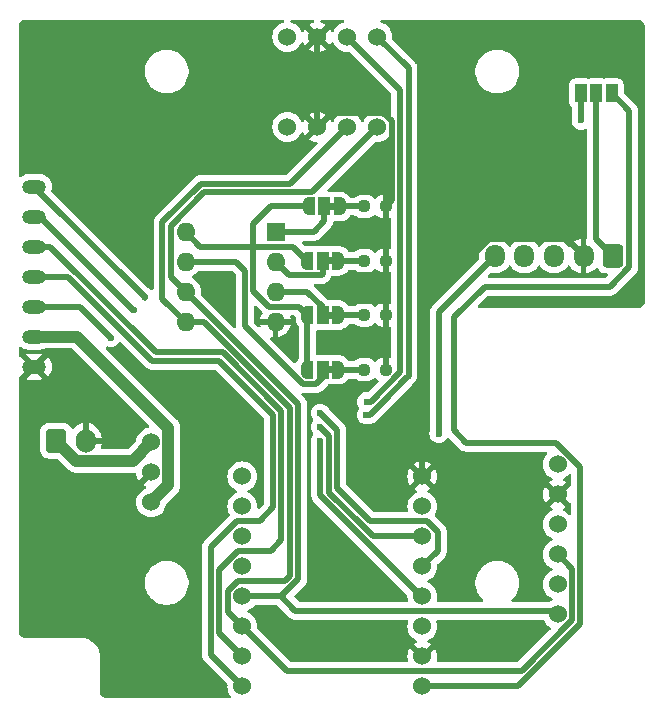
<source format=gbr>
%TF.GenerationSoftware,KiCad,Pcbnew,8.0.3*%
%TF.CreationDate,2024-12-13T14:42:35+09:00*%
%TF.ProjectId,LoRaGPS,4c6f5261-4750-4532-9e6b-696361645f70,rev?*%
%TF.SameCoordinates,Original*%
%TF.FileFunction,Copper,L2,Bot*%
%TF.FilePolarity,Positive*%
%FSLAX46Y46*%
G04 Gerber Fmt 4.6, Leading zero omitted, Abs format (unit mm)*
G04 Created by KiCad (PCBNEW 8.0.3) date 2024-12-13 14:42:35*
%MOMM*%
%LPD*%
G01*
G04 APERTURE LIST*
G04 Aperture macros list*
%AMRoundRect*
0 Rectangle with rounded corners*
0 $1 Rounding radius*
0 $2 $3 $4 $5 $6 $7 $8 $9 X,Y pos of 4 corners*
0 Add a 4 corners polygon primitive as box body*
4,1,4,$2,$3,$4,$5,$6,$7,$8,$9,$2,$3,0*
0 Add four circle primitives for the rounded corners*
1,1,$1+$1,$2,$3*
1,1,$1+$1,$4,$5*
1,1,$1+$1,$6,$7*
1,1,$1+$1,$8,$9*
0 Add four rect primitives between the rounded corners*
20,1,$1+$1,$2,$3,$4,$5,0*
20,1,$1+$1,$4,$5,$6,$7,0*
20,1,$1+$1,$6,$7,$8,$9,0*
20,1,$1+$1,$8,$9,$2,$3,0*%
%AMFreePoly0*
4,1,19,0.550000,-0.750000,0.000000,-0.750000,0.000000,-0.744911,-0.071157,-0.744911,-0.207708,-0.704816,-0.327430,-0.627875,-0.420627,-0.520320,-0.479746,-0.390866,-0.500000,-0.250000,-0.500000,0.250000,-0.479746,0.390866,-0.420627,0.520320,-0.327430,0.627875,-0.207708,0.704816,-0.071157,0.744911,0.000000,0.744911,0.000000,0.750000,0.550000,0.750000,0.550000,-0.750000,0.550000,-0.750000,
$1*%
%AMFreePoly1*
4,1,19,0.000000,0.744911,0.071157,0.744911,0.207708,0.704816,0.327430,0.627875,0.420627,0.520320,0.479746,0.390866,0.500000,0.250000,0.500000,-0.250000,0.479746,-0.390866,0.420627,-0.520320,0.327430,-0.627875,0.207708,-0.704816,0.071157,-0.744911,0.000000,-0.744911,0.000000,-0.750000,-0.550000,-0.750000,-0.550000,0.750000,0.000000,0.750000,0.000000,0.744911,0.000000,0.744911,
$1*%
G04 Aperture macros list end*
%TA.AperFunction,EtchedComponent*%
%ADD10C,0.000000*%
%TD*%
%TA.AperFunction,ComponentPad*%
%ADD11RoundRect,0.250000X0.600000X0.725000X-0.600000X0.725000X-0.600000X-0.725000X0.600000X-0.725000X0*%
%TD*%
%TA.AperFunction,ComponentPad*%
%ADD12O,1.700000X1.950000*%
%TD*%
%TA.AperFunction,ComponentPad*%
%ADD13O,2.000000X1.200000*%
%TD*%
%TA.AperFunction,ComponentPad*%
%ADD14RoundRect,0.250000X-0.600000X-0.750000X0.600000X-0.750000X0.600000X0.750000X-0.600000X0.750000X0*%
%TD*%
%TA.AperFunction,ComponentPad*%
%ADD15O,1.700000X2.000000*%
%TD*%
%TA.AperFunction,ComponentPad*%
%ADD16C,1.524000*%
%TD*%
%TA.AperFunction,SMDPad,CuDef*%
%ADD17FreePoly0,180.000000*%
%TD*%
%TA.AperFunction,SMDPad,CuDef*%
%ADD18R,1.000000X1.500000*%
%TD*%
%TA.AperFunction,SMDPad,CuDef*%
%ADD19FreePoly1,180.000000*%
%TD*%
%TA.AperFunction,SMDPad,CuDef*%
%ADD20RoundRect,0.237500X0.250000X0.237500X-0.250000X0.237500X-0.250000X-0.237500X0.250000X-0.237500X0*%
%TD*%
%TA.AperFunction,SMDPad,CuDef*%
%ADD21RoundRect,0.237500X-0.250000X-0.237500X0.250000X-0.237500X0.250000X0.237500X-0.250000X0.237500X0*%
%TD*%
%TA.AperFunction,ComponentPad*%
%ADD22R,1.600000X1.600000*%
%TD*%
%TA.AperFunction,ComponentPad*%
%ADD23O,1.600000X1.600000*%
%TD*%
%TA.AperFunction,ViaPad*%
%ADD24C,0.600000*%
%TD*%
%TA.AperFunction,Conductor*%
%ADD25C,0.500000*%
%TD*%
%TA.AperFunction,Conductor*%
%ADD26C,1.000000*%
%TD*%
G04 APERTURE END LIST*
D10*
%TA.AperFunction,EtchedComponent*%
%TO.C,JP5*%
G36*
X77933600Y-81224400D02*
G01*
X77433600Y-81224400D01*
X77433600Y-80624400D01*
X77933600Y-80624400D01*
X77933600Y-81224400D01*
G37*
%TD.AperFunction*%
%TA.AperFunction,EtchedComponent*%
%TO.C,JP4*%
G36*
X77942800Y-76601600D02*
G01*
X77442800Y-76601600D01*
X77442800Y-76001600D01*
X77942800Y-76001600D01*
X77942800Y-76601600D01*
G37*
%TD.AperFunction*%
%TA.AperFunction,EtchedComponent*%
%TO.C,JP2*%
G36*
X78069800Y-67406800D02*
G01*
X77569800Y-67406800D01*
X77569800Y-66806800D01*
X78069800Y-66806800D01*
X78069800Y-67406800D01*
G37*
%TD.AperFunction*%
%TA.AperFunction,EtchedComponent*%
%TO.C,JP3*%
G36*
X77942800Y-72004200D02*
G01*
X77442800Y-72004200D01*
X77442800Y-71404200D01*
X77942800Y-71404200D01*
X77942800Y-72004200D01*
G37*
%TD.AperFunction*%
%TD*%
D11*
%TO.P,J1,1,Pin_1*%
%TO.N,Net-(J1-Pin_1)*%
X101617800Y-71297800D03*
D12*
%TO.P,J1,2,Pin_2*%
%TO.N,GND*%
X99117800Y-71297800D03*
%TO.P,J1,3,Pin_3*%
%TO.N,GPS_RX-ESP_TX*%
X96617800Y-71297800D03*
%TO.P,J1,4,Pin_4*%
%TO.N,GPS_TX-ESP_RX*%
X94117800Y-71297800D03*
%TO.P,J1,5,Pin_5*%
%TO.N,PPS*%
X91617800Y-71297800D03*
%TD*%
D13*
%TO.P,U2,1,GND*%
%TO.N,GND*%
X52603400Y-80670400D03*
%TO.P,U2,2,Vcc*%
%TO.N,+3V3*%
X52603400Y-78130400D03*
%TO.P,U2,3,AUX*%
%TO.N,LoRa-AUX*%
X52603400Y-75590400D03*
%TO.P,U2,4,TX*%
%TO.N,LoRa_RX-ESP_TX*%
X52603400Y-73050400D03*
%TO.P,U2,5,RX*%
%TO.N,LoRa_TX-ESP_RX*%
X52603400Y-70510400D03*
%TO.P,U2,6,M1*%
%TO.N,LoRa_M1*%
X52603400Y-67970400D03*
%TO.P,U2,7,M0*%
%TO.N,LoRa_M0*%
X52603400Y-65430400D03*
%TD*%
D14*
%TO.P,J2,1,Pin_1*%
%TO.N,+9V*%
X54477600Y-86948600D03*
D15*
%TO.P,J2,2,Pin_2*%
%TO.N,GND*%
X56977600Y-86948600D03*
%TD*%
D16*
%TO.P,U7,1,Pin_1*%
%TO.N,+3V3*%
X96926400Y-88950800D03*
%TO.P,U7,2,Pin_2*%
%TO.N,GND*%
X96926400Y-91490800D03*
%TO.P,U7,3,Pin_3*%
%TO.N,+3V3*%
X96926400Y-94030800D03*
%TO.P,U7,4,Pin_4*%
%TO.N,SDA*%
X96926400Y-96570800D03*
%TO.P,U7,5,Pin_5*%
%TO.N,Net-(JP1-C)*%
X96926400Y-99110800D03*
%TO.P,U7,6,Pin_6*%
%TO.N,SCL*%
X96926400Y-101650800D03*
%TD*%
%TO.P,U5,1,Pin_1*%
%TO.N,+3V3*%
X74041000Y-60375800D03*
%TO.P,U5,2,Pin_2*%
%TO.N,GND*%
X76581000Y-60375800D03*
%TO.P,U5,3,Pin_3*%
%TO.N,SDA*%
X79121000Y-60375800D03*
%TO.P,U5,4,Pin_4*%
%TO.N,SCL*%
X81661000Y-60375800D03*
%TO.P,U5,5,Pin_5*%
%TO.N,bRESET*%
X81661000Y-52755800D03*
%TO.P,U5,6,Pin_6*%
%TO.N,INT*%
X79121000Y-52755800D03*
%TO.P,U5,7,Pin_7*%
%TO.N,GND*%
X76581000Y-52755800D03*
%TO.P,U5,8,Pin_8*%
%TO.N,unconnected-(U5-Pin_8-Pad8)*%
X74041000Y-52755800D03*
%TD*%
%TO.P,U1,1,0*%
%TO.N,LoRa_RX-ESP_TX*%
X70231000Y-107746800D03*
%TO.P,U1,2,1*%
%TO.N,LoRa_TX-ESP_RX*%
X70231000Y-105206800D03*
%TO.P,U1,3,2*%
%TO.N,SDA*%
X70231000Y-102666800D03*
%TO.P,U1,4,3*%
%TO.N,SCL*%
X70231000Y-100126800D03*
%TO.P,U1,5,4*%
%TO.N,GPS_RX-ESP_TX*%
X70231000Y-97586800D03*
%TO.P,U1,6,5*%
%TO.N,GPS_TX-ESP_RX*%
X70231000Y-95046800D03*
%TO.P,U1,7,6*%
%TO.N,INT*%
X70231000Y-92506800D03*
%TO.P,U1,8,7*%
%TO.N,bRESET*%
X70231000Y-89966800D03*
%TO.P,U1,9,GND*%
%TO.N,GND*%
X85471000Y-89966800D03*
%TO.P,U1,10,A0*%
%TO.N,Batt_Voltage*%
X85471000Y-92506800D03*
%TO.P,U1,11,A1*%
%TO.N,LoRa_M1*%
X85471000Y-95046800D03*
%TO.P,U1,12,A2*%
%TO.N,LoRa_M0*%
X85471000Y-97586800D03*
%TO.P,U1,13,A3*%
%TO.N,LoRa-AUX*%
X85471000Y-100126800D03*
%TO.P,U1,14,3V3*%
%TO.N,+3V3*%
X85471000Y-102666800D03*
%TO.P,U1,15,GND*%
%TO.N,GND*%
X85471000Y-105206800D03*
%TO.P,U1,16,VBUS*%
%TO.N,+5V*%
X85471000Y-107746800D03*
%TD*%
%TO.P,U3,1,+VIN*%
%TO.N,+9V*%
X62509400Y-87071200D03*
%TO.P,U3,2,GND*%
%TO.N,GND*%
X62509400Y-89611200D03*
%TO.P,U3,3,+VOUT*%
%TO.N,+3V3*%
X62509400Y-92151200D03*
%TD*%
D17*
%TO.P,JP5,1,A*%
%TO.N,Net-(JP5-A)*%
X78333600Y-80924400D03*
D18*
%TO.P,JP5,2,C*%
%TO.N,Net-(JP5-C)*%
X77033600Y-80924400D03*
D19*
%TO.P,JP5,3,B*%
%TO.N,+3V3*%
X75733600Y-80924400D03*
%TD*%
D18*
%TO.P,JP6,1,A*%
%TO.N,+3V3*%
X98903000Y-57521100D03*
%TO.P,JP6,2,C*%
%TO.N,Net-(J1-Pin_1)*%
X100203000Y-57521100D03*
%TO.P,JP6,3,B*%
%TO.N,+5V*%
X101503000Y-57521100D03*
%TD*%
D20*
%TO.P,R2,1*%
%TO.N,GND*%
X82370300Y-67106800D03*
%TO.P,R2,2*%
%TO.N,Net-(JP2-A)*%
X80545300Y-67106800D03*
%TD*%
%TO.P,R3,1*%
%TO.N,GND*%
X82370300Y-71704200D03*
%TO.P,R3,2*%
%TO.N,Net-(JP3-A)*%
X80545300Y-71704200D03*
%TD*%
D21*
%TO.P,R7,1*%
%TO.N,Net-(JP5-A)*%
X80545300Y-80924400D03*
%TO.P,R7,2*%
%TO.N,GND*%
X82370300Y-80924400D03*
%TD*%
D17*
%TO.P,JP4,1,A*%
%TO.N,Net-(JP4-A)*%
X78342800Y-76301600D03*
D18*
%TO.P,JP4,2,C*%
%TO.N,Net-(JP4-C)*%
X77042800Y-76301600D03*
D19*
%TO.P,JP4,3,B*%
%TO.N,+3V3*%
X75742800Y-76301600D03*
%TD*%
D17*
%TO.P,JP2,1,A*%
%TO.N,Net-(JP2-A)*%
X78469800Y-67106800D03*
D18*
%TO.P,JP2,2,C*%
%TO.N,Net-(JP2-C)*%
X77169800Y-67106800D03*
D19*
%TO.P,JP2,3,B*%
%TO.N,+3V3*%
X75869800Y-67106800D03*
%TD*%
D17*
%TO.P,JP3,1,A*%
%TO.N,Net-(JP3-A)*%
X78342800Y-71704200D03*
D18*
%TO.P,JP3,2,C*%
%TO.N,Net-(JP3-C)*%
X77042800Y-71704200D03*
D19*
%TO.P,JP3,3,B*%
%TO.N,+3V3*%
X75742800Y-71704200D03*
%TD*%
D22*
%TO.P,U4,1,Pin_1*%
%TO.N,Net-(JP2-C)*%
X73040400Y-69250400D03*
D23*
%TO.P,U4,2,Pin_2*%
%TO.N,Net-(JP3-C)*%
X73040400Y-71790400D03*
%TO.P,U4,3,Pin_3*%
%TO.N,Net-(JP4-C)*%
X73040400Y-74330400D03*
%TO.P,U4,4,Pin_4*%
%TO.N,GND*%
X73040400Y-76870400D03*
%TO.P,U4,5,Pin_5*%
%TO.N,SDA*%
X65420400Y-76870400D03*
%TO.P,U4,6,Pin_6*%
%TO.N,SCL*%
X65420400Y-74330400D03*
%TO.P,U4,7,Pin_7*%
%TO.N,Net-(JP5-C)*%
X65420400Y-71790400D03*
%TO.P,U4,8,Pin_8*%
%TO.N,+3V3*%
X65420400Y-69250400D03*
%TD*%
D20*
%TO.P,R4,1*%
%TO.N,GND*%
X82370300Y-76301600D03*
%TO.P,R4,2*%
%TO.N,Net-(JP4-A)*%
X80545300Y-76301600D03*
%TD*%
D24*
%TO.N,GND*%
X89611200Y-93167200D03*
X56642000Y-81940400D03*
X59309000Y-65303400D03*
X92151200Y-93192600D03*
X68605400Y-75565000D03*
X59207400Y-59461400D03*
X62763400Y-81915000D03*
X94970600Y-64871600D03*
X80670400Y-64109600D03*
X89712800Y-64922400D03*
X73558400Y-63830200D03*
%TO.N,PPS*%
X86868000Y-86334600D03*
%TO.N,+3V3*%
X98907600Y-59817000D03*
%TO.N,LoRa_M0*%
X76835000Y-84607400D03*
X62001400Y-74777600D03*
%TO.N,INT*%
X80746600Y-83642200D03*
%TO.N,LoRa_M1*%
X61036200Y-75844400D03*
X76835000Y-85750400D03*
%TO.N,bRESET*%
X80721200Y-84734400D03*
%TO.N,LoRa-AUX*%
X76835000Y-86944200D03*
X59080400Y-78206600D03*
%TD*%
D25*
%TO.N,GND*%
X76581000Y-60375800D02*
X77793000Y-59163800D01*
X85471000Y-75481122D02*
X85471000Y-89966800D01*
X82905600Y-66571500D02*
X82370300Y-67106800D01*
X82905600Y-59906373D02*
X82905600Y-66571500D01*
X76581000Y-52755800D02*
X76581000Y-60375800D01*
X77793000Y-59163800D02*
X82163027Y-59163800D01*
X82163027Y-59163800D02*
X82905600Y-59906373D01*
X97692800Y-69872800D02*
X91079322Y-69872800D01*
X91079322Y-69872800D02*
X85471000Y-75481122D01*
X99117800Y-71297800D02*
X97692800Y-69872800D01*
X82370300Y-67106800D02*
X82370300Y-80924400D01*
%TO.N,PPS*%
X86868000Y-76047600D02*
X86868000Y-86334600D01*
X91617800Y-71297800D02*
X86868000Y-76047600D01*
%TO.N,Net-(J1-Pin_1)*%
X100203000Y-69883000D02*
X101617800Y-71297800D01*
X100203000Y-57521100D02*
X100203000Y-69883000D01*
D26*
%TO.N,+9V*%
X60932000Y-88648600D02*
X62509400Y-87071200D01*
X56177600Y-88648600D02*
X60932000Y-88648600D01*
X54477600Y-86948600D02*
X56177600Y-88648600D01*
D25*
%TO.N,+3V3*%
X66670400Y-70500400D02*
X71170800Y-70500400D01*
D26*
X63971400Y-85866200D02*
X63971400Y-90689200D01*
X63971400Y-90689200D02*
X62509400Y-92151200D01*
D25*
X74539000Y-70500400D02*
X75742800Y-71704200D01*
X71170800Y-70500400D02*
X71170800Y-68620000D01*
X75742800Y-76301600D02*
X75742800Y-80915200D01*
X71170800Y-68620000D02*
X72684000Y-67106800D01*
D26*
X52603400Y-78130400D02*
X56235600Y-78130400D01*
D25*
X72684000Y-67106800D02*
X75869800Y-67106800D01*
D26*
X56235600Y-78130400D02*
X63971400Y-85866200D01*
D25*
X71170800Y-70500400D02*
X71170800Y-74228567D01*
X75742800Y-80915200D02*
X75733600Y-80924400D01*
X98907600Y-57525700D02*
X98903000Y-57521100D01*
X65420400Y-69250400D02*
X66670400Y-70500400D01*
X71170800Y-70500400D02*
X74539000Y-70500400D01*
X98907600Y-59817000D02*
X98907600Y-57525700D01*
X72522633Y-75580400D02*
X75021600Y-75580400D01*
X75021600Y-75580400D02*
X75742800Y-76301600D01*
X71170800Y-74228567D02*
X72522633Y-75580400D01*
%TO.N,Net-(JP2-C)*%
X76276200Y-69250400D02*
X77169800Y-68356800D01*
X73040400Y-69250400D02*
X76276200Y-69250400D01*
X77169800Y-68356800D02*
X77169800Y-67106800D01*
%TO.N,Net-(JP2-A)*%
X78469800Y-67106800D02*
X80545300Y-67106800D01*
%TO.N,Net-(JP3-C)*%
X76920200Y-72909200D02*
X77042800Y-72786600D01*
X77042800Y-72786600D02*
X77042800Y-71704200D01*
X74159200Y-72909200D02*
X76920200Y-72909200D01*
X73040400Y-71790400D02*
X74159200Y-72909200D01*
%TO.N,Net-(JP3-A)*%
X78342800Y-71704200D02*
X80545300Y-71704200D01*
%TO.N,Net-(JP4-C)*%
X75715068Y-74330400D02*
X77042800Y-75658132D01*
X73040400Y-74330400D02*
X75715068Y-74330400D01*
X77042800Y-75658132D02*
X77042800Y-76301600D01*
%TO.N,Net-(JP4-A)*%
X78342800Y-76301600D02*
X80545300Y-76301600D01*
%TO.N,Net-(JP5-C)*%
X76472068Y-82129400D02*
X77033600Y-81567868D01*
X75332591Y-82129400D02*
X76472068Y-82129400D01*
X70470800Y-77267609D02*
X75332591Y-82129400D01*
X70470800Y-72567800D02*
X70470800Y-77267609D01*
X65420400Y-71790400D02*
X69693400Y-71790400D01*
X77033600Y-81567868D02*
X77033600Y-80924400D01*
X69693400Y-71790400D02*
X70470800Y-72567800D01*
%TO.N,Net-(JP5-A)*%
X78333600Y-80924400D02*
X80545300Y-80924400D01*
%TO.N,+5V*%
X98838400Y-102442777D02*
X93858788Y-107422388D01*
X85471000Y-107746800D02*
X93534376Y-107746800D01*
X88137342Y-86051917D02*
X89208083Y-87122658D01*
X89208083Y-87122658D02*
X96812285Y-87122658D01*
X101334739Y-73902739D02*
X102997000Y-72240478D01*
X90742686Y-73902739D02*
X88137342Y-76508083D01*
X93534376Y-107746800D02*
X93858788Y-107422388D01*
X96812285Y-87122658D02*
X98838400Y-89148773D01*
X88137342Y-76508083D02*
X88137342Y-86051917D01*
X98838400Y-89148773D02*
X98838400Y-102442777D01*
X101334739Y-73902739D02*
X90742686Y-73902739D01*
X102997000Y-72240478D02*
X102997000Y-59015100D01*
X102997000Y-59015100D02*
X101503000Y-57521100D01*
%TO.N,LoRa_TX-ESP_RX*%
X68572500Y-79462400D02*
X73544200Y-84434100D01*
X62900950Y-79462400D02*
X68572500Y-79462400D01*
X73544200Y-95351600D02*
X72637000Y-96258800D01*
X68249800Y-103225600D02*
X70231000Y-105206800D01*
X72637000Y-96258800D02*
X69844973Y-96258800D01*
X53948950Y-70510400D02*
X62900950Y-79462400D01*
X68249800Y-97853973D02*
X68249800Y-103225600D01*
X52603400Y-70510400D02*
X53948950Y-70510400D01*
X69844973Y-96258800D02*
X68249800Y-97853973D01*
X73544200Y-84434100D02*
X73544200Y-95351600D01*
%TO.N,LoRa_M0*%
X61950600Y-74777600D02*
X62001400Y-74777600D01*
X78285000Y-90959600D02*
X80568800Y-93243400D01*
X78285000Y-86057400D02*
X78285000Y-90959600D01*
X76835000Y-84607400D02*
X78285000Y-86057400D01*
X62001400Y-74828400D02*
X61976000Y-74803000D01*
X80568800Y-93243400D02*
X81044200Y-93718800D01*
X86784600Y-94646373D02*
X86784600Y-96273200D01*
X81044200Y-93718800D02*
X85857027Y-93718800D01*
X52603400Y-65430400D02*
X61950600Y-74777600D01*
X62001400Y-74777600D02*
X62001400Y-74828400D01*
X86784600Y-96273200D02*
X85471000Y-97586800D01*
X85857027Y-93718800D02*
X86784600Y-94646373D01*
%TO.N,SCL*%
X96926400Y-101650800D02*
X96614400Y-101338800D01*
X76135000Y-65901800D02*
X67001233Y-65901800D01*
X64170400Y-68732633D02*
X64170400Y-73080400D01*
X74955400Y-98679000D02*
X73507600Y-100126800D01*
X96614400Y-101338800D02*
X74719600Y-101338800D01*
X67001233Y-65901800D02*
X64170400Y-68732633D01*
X73507600Y-100126800D02*
X70231000Y-100126800D01*
X81661000Y-60375800D02*
X76135000Y-65901800D01*
X65420400Y-74330400D02*
X74955400Y-83865400D01*
X74719600Y-101338800D02*
X73507600Y-100126800D01*
X64170400Y-73080400D02*
X65420400Y-74330400D01*
X74955400Y-83865400D02*
X74955400Y-98679000D01*
%TO.N,LoRa_RX-ESP_TX*%
X71708400Y-93718800D02*
X69806400Y-93718800D01*
X62611000Y-80162400D02*
X68282550Y-80162400D01*
X72844200Y-84724050D02*
X72844200Y-92583000D01*
X69806400Y-93718800D02*
X67549800Y-95975400D01*
X67549800Y-95975400D02*
X67549800Y-105065600D01*
X52603400Y-73050400D02*
X55499000Y-73050400D01*
X72844200Y-92583000D02*
X71708400Y-93718800D01*
X55499000Y-73050400D02*
X62611000Y-80162400D01*
X68282550Y-80162400D02*
X72844200Y-84724050D01*
X67549800Y-105065600D02*
X70231000Y-107746800D01*
%TO.N,INT*%
X83605600Y-57240400D02*
X83605600Y-81155454D01*
X79121000Y-52755800D02*
X83605600Y-57240400D01*
X81118854Y-83642200D02*
X80746600Y-83642200D01*
X83605600Y-81155454D02*
X81118854Y-83642200D01*
%TO.N,LoRa_M1*%
X81304750Y-95046800D02*
X80454175Y-94196225D01*
X61036200Y-75869800D02*
X61010800Y-75844400D01*
X61036200Y-75844400D02*
X61036200Y-75869800D01*
X53136800Y-67970400D02*
X61010800Y-75844400D01*
X61010800Y-75844400D02*
X61036200Y-75844400D01*
X76835000Y-85750400D02*
X77585000Y-86500400D01*
X85471000Y-95046800D02*
X81304750Y-95046800D01*
X52603400Y-67970400D02*
X53136800Y-67970400D01*
X77585000Y-91327050D02*
X80454175Y-94196225D01*
X77585000Y-86500400D02*
X77585000Y-91327050D01*
%TO.N,bRESET*%
X82196204Y-83564196D02*
X81026000Y-84734400D01*
X84305600Y-81445403D02*
X84007800Y-81743204D01*
X84305600Y-81445404D02*
X84094702Y-81656302D01*
X84305600Y-55400400D02*
X84305600Y-81445404D01*
X81026000Y-84734400D02*
X80721200Y-84734400D01*
X81661000Y-52755800D02*
X84305600Y-55400400D01*
X84007800Y-81743204D02*
X82196204Y-83554800D01*
X82196204Y-83554800D02*
X82196204Y-83564196D01*
%TO.N,LoRa-AUX*%
X76835000Y-86944200D02*
X76835000Y-91567000D01*
X52603400Y-75590400D02*
X56464200Y-75590400D01*
X85394800Y-100126800D02*
X85471000Y-100126800D01*
X56464200Y-75590400D02*
X59080400Y-78206600D01*
X76835000Y-91567000D02*
X85394800Y-100126800D01*
%TO.N,SDA*%
X69844973Y-98798800D02*
X69019000Y-99624773D01*
X98138400Y-102152827D02*
X93872427Y-106418800D01*
X66711283Y-65201800D02*
X63470400Y-68442683D01*
X65420400Y-76870400D02*
X66970450Y-76870400D01*
X63470400Y-68442683D02*
X63470400Y-74920400D01*
X98138400Y-97782800D02*
X98138400Y-102152827D01*
X93872427Y-106418800D02*
X73983000Y-106418800D01*
X74244200Y-84144150D02*
X74244200Y-98400250D01*
X69019000Y-101454800D02*
X70231000Y-102666800D01*
X73983000Y-106418800D02*
X70231000Y-102666800D01*
X74244200Y-98400250D02*
X73845650Y-98798800D01*
X96926400Y-96570800D02*
X98138400Y-97782800D01*
X79121000Y-60375800D02*
X74295000Y-65201800D01*
X74295000Y-65201800D02*
X66711283Y-65201800D01*
X69019000Y-99624773D02*
X69019000Y-101454800D01*
X73845650Y-98798800D02*
X69844973Y-98798800D01*
X63470400Y-74920400D02*
X65420400Y-76870400D01*
X66970450Y-76870400D02*
X74244200Y-84144150D01*
%TD*%
%TA.AperFunction,Conductor*%
%TO.N,GND*%
G36*
X59961627Y-78574978D02*
G01*
X59969066Y-78581834D01*
X62132586Y-80745354D01*
X62162058Y-80765045D01*
X62206270Y-80794586D01*
X62255505Y-80827484D01*
X62255506Y-80827484D01*
X62255507Y-80827485D01*
X62255509Y-80827486D01*
X62392082Y-80884056D01*
X62392087Y-80884058D01*
X62392091Y-80884058D01*
X62392092Y-80884059D01*
X62537079Y-80912900D01*
X62537082Y-80912900D01*
X62537083Y-80912900D01*
X62684918Y-80912900D01*
X67920320Y-80912900D01*
X67987359Y-80932585D01*
X68008001Y-80949219D01*
X72057381Y-84998598D01*
X72090866Y-85059921D01*
X72093700Y-85086279D01*
X72093700Y-92220769D01*
X72074015Y-92287808D01*
X72057381Y-92308450D01*
X71704641Y-92661189D01*
X71643318Y-92694674D01*
X71573626Y-92689690D01*
X71517693Y-92647818D01*
X71493276Y-92582354D01*
X71493432Y-92562700D01*
X71498323Y-92506800D01*
X71498323Y-92506797D01*
X71480970Y-92308450D01*
X71479070Y-92286732D01*
X71421894Y-92073350D01*
X71328534Y-91873139D01*
X71201826Y-91692180D01*
X71045620Y-91535974D01*
X71045616Y-91535971D01*
X71045615Y-91535970D01*
X70864666Y-91409268D01*
X70864658Y-91409264D01*
X70735811Y-91349182D01*
X70683371Y-91303010D01*
X70664219Y-91235817D01*
X70684435Y-91168935D01*
X70735811Y-91124418D01*
X70767159Y-91109800D01*
X70864662Y-91064334D01*
X71045620Y-90937626D01*
X71201826Y-90781420D01*
X71328534Y-90600462D01*
X71421894Y-90400250D01*
X71479070Y-90186868D01*
X71498323Y-89966800D01*
X71479070Y-89746732D01*
X71421894Y-89533350D01*
X71328534Y-89333139D01*
X71214913Y-89170870D01*
X71201827Y-89152181D01*
X71124498Y-89074852D01*
X71045620Y-88995974D01*
X71045616Y-88995971D01*
X71045615Y-88995970D01*
X70864666Y-88869268D01*
X70864662Y-88869266D01*
X70864660Y-88869265D01*
X70664450Y-88775906D01*
X70664447Y-88775905D01*
X70664445Y-88775904D01*
X70451070Y-88718730D01*
X70451062Y-88718729D01*
X70231002Y-88699477D01*
X70230998Y-88699477D01*
X70010937Y-88718729D01*
X70010929Y-88718730D01*
X69797554Y-88775904D01*
X69797548Y-88775907D01*
X69597340Y-88869265D01*
X69597338Y-88869266D01*
X69416377Y-88995975D01*
X69260175Y-89152177D01*
X69133466Y-89333138D01*
X69133465Y-89333140D01*
X69040107Y-89533348D01*
X69040104Y-89533354D01*
X68982930Y-89746729D01*
X68982929Y-89746737D01*
X68963677Y-89966797D01*
X68963677Y-89966802D01*
X68982929Y-90186862D01*
X68982930Y-90186870D01*
X69040104Y-90400245D01*
X69040105Y-90400247D01*
X69040106Y-90400250D01*
X69058203Y-90439059D01*
X69133466Y-90600462D01*
X69133468Y-90600466D01*
X69260170Y-90781415D01*
X69260175Y-90781421D01*
X69416378Y-90937624D01*
X69416384Y-90937629D01*
X69597333Y-91064331D01*
X69597335Y-91064332D01*
X69597338Y-91064334D01*
X69694841Y-91109800D01*
X69726189Y-91124418D01*
X69778628Y-91170590D01*
X69797780Y-91237784D01*
X69777564Y-91304665D01*
X69726189Y-91349182D01*
X69597340Y-91409265D01*
X69597338Y-91409266D01*
X69416377Y-91535975D01*
X69260175Y-91692177D01*
X69133466Y-91873138D01*
X69133465Y-91873140D01*
X69040107Y-92073348D01*
X69040104Y-92073354D01*
X68982930Y-92286729D01*
X68982929Y-92286737D01*
X68963677Y-92506797D01*
X68963677Y-92506802D01*
X68982929Y-92726862D01*
X68982930Y-92726870D01*
X69040104Y-92940245D01*
X69040105Y-92940247D01*
X69040106Y-92940250D01*
X69133466Y-93140462D01*
X69151996Y-93166926D01*
X69174323Y-93233131D01*
X69157313Y-93300898D01*
X69138102Y-93325729D01*
X66966852Y-95496978D01*
X66966849Y-95496981D01*
X66917718Y-95570511D01*
X66917719Y-95570512D01*
X66884714Y-95619908D01*
X66828143Y-95756482D01*
X66828140Y-95756492D01*
X66799300Y-95901479D01*
X66799300Y-95901482D01*
X66799300Y-105139518D01*
X66799300Y-105139520D01*
X66799299Y-105139520D01*
X66828140Y-105284507D01*
X66828143Y-105284517D01*
X66884714Y-105421091D01*
X66884716Y-105421095D01*
X66888575Y-105426870D01*
X66913332Y-105463923D01*
X66966849Y-105544018D01*
X66966852Y-105544021D01*
X68939358Y-107516526D01*
X68972843Y-107577849D01*
X68975205Y-107615013D01*
X68963677Y-107746797D01*
X68963677Y-107746802D01*
X68982929Y-107966862D01*
X68982930Y-107966870D01*
X69040104Y-108180245D01*
X69040105Y-108180247D01*
X69040106Y-108180250D01*
X69101710Y-108312360D01*
X69133466Y-108380462D01*
X69133468Y-108380466D01*
X69234389Y-108524596D01*
X69256716Y-108590802D01*
X69239706Y-108658569D01*
X69188758Y-108706382D01*
X69132814Y-108719719D01*
X58706155Y-108719719D01*
X58692269Y-108718939D01*
X58592709Y-108707719D01*
X58565639Y-108701540D01*
X58477687Y-108670763D01*
X58452671Y-108658716D01*
X58373769Y-108609139D01*
X58352060Y-108591826D01*
X58286173Y-108525939D01*
X58268860Y-108504230D01*
X58251588Y-108476742D01*
X58219282Y-108425327D01*
X58207236Y-108400312D01*
X58176458Y-108312356D01*
X58170280Y-108285290D01*
X58159059Y-108185717D01*
X58158281Y-108171833D01*
X58158707Y-105255869D01*
X58158719Y-105255707D01*
X58158719Y-105247067D01*
X58158720Y-105247064D01*
X58158719Y-105181172D01*
X58158729Y-105115362D01*
X58158727Y-105115357D01*
X58158729Y-105107133D01*
X58158718Y-105106955D01*
X58158718Y-105070896D01*
X58153966Y-105037849D01*
X58127326Y-104852584D01*
X58065186Y-104640964D01*
X57973562Y-104440340D01*
X57854320Y-104254798D01*
X57854314Y-104254791D01*
X57709888Y-104088113D01*
X57709886Y-104088111D01*
X57543208Y-103943685D01*
X57543201Y-103943679D01*
X57458922Y-103889516D01*
X57357660Y-103824438D01*
X57226054Y-103764334D01*
X57157037Y-103732814D01*
X57051226Y-103701744D01*
X56945416Y-103670674D01*
X56871518Y-103660047D01*
X56727101Y-103639281D01*
X56690315Y-103639281D01*
X56690198Y-103639274D01*
X56617218Y-103639280D01*
X56617196Y-103639281D01*
X56616828Y-103639281D01*
X56550936Y-103639280D01*
X56550935Y-103639280D01*
X56543135Y-103639280D01*
X56543013Y-103639287D01*
X51848157Y-103639717D01*
X51834261Y-103638937D01*
X51734710Y-103627719D01*
X51707639Y-103621540D01*
X51619687Y-103590763D01*
X51594671Y-103578716D01*
X51515769Y-103529139D01*
X51494060Y-103511826D01*
X51428173Y-103445939D01*
X51410860Y-103424230D01*
X51361283Y-103345328D01*
X51349236Y-103320312D01*
X51318458Y-103232356D01*
X51312280Y-103205292D01*
X51301061Y-103105730D01*
X51300281Y-103091845D01*
X51300281Y-98862511D01*
X61979700Y-98862511D01*
X61979700Y-99105088D01*
X62011361Y-99345585D01*
X62074147Y-99579904D01*
X62142311Y-99744466D01*
X62166976Y-99804012D01*
X62288264Y-100014089D01*
X62288266Y-100014092D01*
X62288267Y-100014093D01*
X62435933Y-100206536D01*
X62435939Y-100206543D01*
X62607456Y-100378060D01*
X62607463Y-100378066D01*
X62614020Y-100383097D01*
X62799911Y-100525736D01*
X63009988Y-100647024D01*
X63234100Y-100739854D01*
X63468411Y-100802638D01*
X63648786Y-100826384D01*
X63708911Y-100834300D01*
X63708912Y-100834300D01*
X63951489Y-100834300D01*
X63999588Y-100827967D01*
X64191989Y-100802638D01*
X64426300Y-100739854D01*
X64650412Y-100647024D01*
X64860489Y-100525736D01*
X65052938Y-100378065D01*
X65224465Y-100206538D01*
X65372136Y-100014089D01*
X65493424Y-99804012D01*
X65586254Y-99579900D01*
X65649038Y-99345589D01*
X65680700Y-99105088D01*
X65680700Y-98862512D01*
X65680300Y-98859477D01*
X65649038Y-98622014D01*
X65649038Y-98622011D01*
X65586254Y-98387700D01*
X65493424Y-98163588D01*
X65372136Y-97953511D01*
X65259609Y-97806862D01*
X65224466Y-97761063D01*
X65224460Y-97761056D01*
X65052943Y-97589539D01*
X65052936Y-97589533D01*
X64860493Y-97441867D01*
X64860492Y-97441866D01*
X64860489Y-97441864D01*
X64650412Y-97320576D01*
X64650405Y-97320573D01*
X64426304Y-97227747D01*
X64191985Y-97164961D01*
X63951489Y-97133300D01*
X63951488Y-97133300D01*
X63708912Y-97133300D01*
X63708911Y-97133300D01*
X63468414Y-97164961D01*
X63234095Y-97227747D01*
X63009994Y-97320573D01*
X63009985Y-97320577D01*
X62799906Y-97441867D01*
X62607463Y-97589533D01*
X62607456Y-97589539D01*
X62435939Y-97761056D01*
X62435933Y-97761063D01*
X62288267Y-97953506D01*
X62166977Y-98163585D01*
X62166973Y-98163594D01*
X62074147Y-98387695D01*
X62011361Y-98622014D01*
X61979700Y-98862511D01*
X51300281Y-98862511D01*
X51300281Y-81595441D01*
X51319966Y-81528402D01*
X51372770Y-81482647D01*
X51424281Y-81471441D01*
X51448806Y-81471441D01*
X52203400Y-80716847D01*
X52203400Y-80723061D01*
X52230659Y-80824794D01*
X52283320Y-80916006D01*
X52357794Y-80990480D01*
X52449006Y-81043141D01*
X52550739Y-81070400D01*
X52556953Y-81070400D01*
X51899188Y-81728163D01*
X51899188Y-81728164D01*
X51945814Y-81743313D01*
X52116829Y-81770400D01*
X53089971Y-81770400D01*
X53260985Y-81743313D01*
X53260988Y-81743313D01*
X53307611Y-81728164D01*
X52649847Y-81070400D01*
X52656061Y-81070400D01*
X52757794Y-81043141D01*
X52849006Y-80990480D01*
X52923480Y-80916006D01*
X52976141Y-80824794D01*
X53003400Y-80723061D01*
X53003400Y-80716847D01*
X53757994Y-81471441D01*
X53842432Y-81387002D01*
X53944204Y-81246924D01*
X54022808Y-81092657D01*
X54076314Y-80927984D01*
X54103400Y-80756971D01*
X54103400Y-80583828D01*
X54076314Y-80412815D01*
X54022808Y-80248142D01*
X53944204Y-80093875D01*
X53842432Y-79953797D01*
X53757994Y-79869359D01*
X53003400Y-80623953D01*
X53003400Y-80617739D01*
X52976141Y-80516006D01*
X52923480Y-80424794D01*
X52849006Y-80350320D01*
X52757794Y-80297659D01*
X52656061Y-80270400D01*
X52649848Y-80270400D01*
X53307611Y-79612635D01*
X53260982Y-79597485D01*
X53089971Y-79570400D01*
X52116829Y-79570400D01*
X51945823Y-79597484D01*
X51945811Y-79597487D01*
X51899187Y-79612635D01*
X52556953Y-80270400D01*
X52550739Y-80270400D01*
X52449006Y-80297659D01*
X52357794Y-80350320D01*
X52283320Y-80424794D01*
X52230659Y-80516006D01*
X52203400Y-80617739D01*
X52203400Y-80623953D01*
X51448806Y-79869359D01*
X51424281Y-79869359D01*
X51357242Y-79849674D01*
X51311487Y-79796870D01*
X51300281Y-79745359D01*
X51300281Y-79077901D01*
X51319966Y-79010862D01*
X51372770Y-78965107D01*
X51441928Y-78955163D01*
X51497162Y-78977581D01*
X51626612Y-79071632D01*
X51780955Y-79150273D01*
X51945699Y-79203802D01*
X52116789Y-79230900D01*
X52116790Y-79230900D01*
X53090010Y-79230900D01*
X53090011Y-79230900D01*
X53261101Y-79203802D01*
X53425845Y-79150273D01*
X53425849Y-79150271D01*
X53437341Y-79144416D01*
X53493637Y-79130900D01*
X55769818Y-79130900D01*
X55836857Y-79150585D01*
X55857499Y-79167219D01*
X62314187Y-85623908D01*
X62347672Y-85685231D01*
X62342688Y-85754923D01*
X62300816Y-85810856D01*
X62258600Y-85831364D01*
X62075955Y-85880304D01*
X62075948Y-85880307D01*
X61875740Y-85973665D01*
X61875738Y-85973666D01*
X61694777Y-86100375D01*
X61538575Y-86256577D01*
X61411866Y-86437538D01*
X61411865Y-86437540D01*
X61318507Y-86637748D01*
X61318504Y-86637754D01*
X61261330Y-86851129D01*
X61261329Y-86851135D01*
X61260161Y-86864492D01*
X61234707Y-86929561D01*
X61224313Y-86941364D01*
X60717080Y-87448600D01*
X60553899Y-87611781D01*
X60492576Y-87645266D01*
X60466218Y-87648100D01*
X58389202Y-87648100D01*
X58322163Y-87628415D01*
X58276408Y-87575611D01*
X58266464Y-87506453D01*
X58271271Y-87485782D01*
X58294357Y-87414730D01*
X58294357Y-87414727D01*
X58327600Y-87204846D01*
X58327600Y-87198600D01*
X57410612Y-87198600D01*
X57443525Y-87141593D01*
X57477600Y-87014426D01*
X57477600Y-86882774D01*
X57443525Y-86755607D01*
X57410612Y-86698600D01*
X58327600Y-86698600D01*
X58327600Y-86692353D01*
X58294357Y-86482472D01*
X58294357Y-86482469D01*
X58228695Y-86280382D01*
X58132220Y-86091042D01*
X58007327Y-85919140D01*
X58007323Y-85919135D01*
X57857064Y-85768876D01*
X57857059Y-85768872D01*
X57685157Y-85643979D01*
X57495815Y-85547503D01*
X57293724Y-85481841D01*
X57227600Y-85471368D01*
X57227600Y-86515588D01*
X57170593Y-86482675D01*
X57043426Y-86448600D01*
X56911774Y-86448600D01*
X56784607Y-86482675D01*
X56727600Y-86515588D01*
X56727600Y-85471368D01*
X56727599Y-85471368D01*
X56661475Y-85481841D01*
X56459384Y-85547503D01*
X56270042Y-85643979D01*
X56098141Y-85768871D01*
X55959268Y-85907744D01*
X55897945Y-85941228D01*
X55828253Y-85936244D01*
X55772320Y-85894372D01*
X55766048Y-85885158D01*
X55750086Y-85859280D01*
X55670312Y-85729944D01*
X55546256Y-85605888D01*
X55406634Y-85519769D01*
X55396936Y-85513787D01*
X55396931Y-85513785D01*
X55395462Y-85513298D01*
X55230397Y-85458601D01*
X55230395Y-85458600D01*
X55127610Y-85448100D01*
X53827598Y-85448100D01*
X53827581Y-85448101D01*
X53724803Y-85458600D01*
X53724800Y-85458601D01*
X53558268Y-85513785D01*
X53558263Y-85513787D01*
X53408942Y-85605889D01*
X53284889Y-85729942D01*
X53192787Y-85879263D01*
X53192785Y-85879268D01*
X53187780Y-85894372D01*
X53137601Y-86045803D01*
X53137601Y-86045804D01*
X53137600Y-86045804D01*
X53127100Y-86148583D01*
X53127100Y-87748601D01*
X53127101Y-87748618D01*
X53137600Y-87851396D01*
X53137601Y-87851399D01*
X53168832Y-87945647D01*
X53192786Y-88017934D01*
X53284888Y-88167256D01*
X53408944Y-88291312D01*
X53558266Y-88383414D01*
X53724803Y-88438599D01*
X53827591Y-88449100D01*
X54511817Y-88449099D01*
X54578856Y-88468783D01*
X54599498Y-88485418D01*
X55397335Y-89283255D01*
X55397364Y-89283286D01*
X55539817Y-89425739D01*
X55686155Y-89523518D01*
X55703686Y-89535232D01*
X55703688Y-89535233D01*
X55703692Y-89535235D01*
X55759278Y-89558259D01*
X55822539Y-89584462D01*
X55885764Y-89610651D01*
X55968901Y-89627188D01*
X55996440Y-89632666D01*
X56079056Y-89649100D01*
X56079059Y-89649100D01*
X61030542Y-89649100D01*
X61047020Y-89645822D01*
X61106547Y-89633981D01*
X61176137Y-89640208D01*
X61231315Y-89683070D01*
X61254266Y-89744789D01*
X61261824Y-89831177D01*
X61261826Y-89831186D01*
X61318975Y-90044470D01*
X61318980Y-90044484D01*
X61412298Y-90244605D01*
X61412301Y-90244611D01*
X61457658Y-90309387D01*
X61457658Y-90309388D01*
X62128400Y-89638646D01*
X62128400Y-89661360D01*
X62154364Y-89758261D01*
X62204524Y-89845140D01*
X62275460Y-89916076D01*
X62362339Y-89966236D01*
X62459240Y-89992200D01*
X62481951Y-89992200D01*
X61811210Y-90662940D01*
X61875989Y-90708298D01*
X62005181Y-90768542D01*
X62057620Y-90814714D01*
X62076772Y-90881908D01*
X62056556Y-90948789D01*
X62005181Y-90993306D01*
X61875740Y-91053665D01*
X61875738Y-91053666D01*
X61694777Y-91180375D01*
X61538575Y-91336577D01*
X61411866Y-91517538D01*
X61411865Y-91517540D01*
X61318507Y-91717748D01*
X61318504Y-91717754D01*
X61261330Y-91931129D01*
X61261329Y-91931137D01*
X61242077Y-92151197D01*
X61242077Y-92151202D01*
X61261329Y-92371262D01*
X61261330Y-92371270D01*
X61318504Y-92584645D01*
X61318505Y-92584647D01*
X61318506Y-92584650D01*
X61320021Y-92587898D01*
X61411866Y-92784862D01*
X61411868Y-92784866D01*
X61538570Y-92965815D01*
X61538575Y-92965821D01*
X61694778Y-93122024D01*
X61694784Y-93122029D01*
X61875733Y-93248731D01*
X61875735Y-93248732D01*
X61875738Y-93248734D01*
X62075950Y-93342094D01*
X62289332Y-93399270D01*
X62446523Y-93413022D01*
X62509398Y-93418523D01*
X62509400Y-93418523D01*
X62509402Y-93418523D01*
X62564417Y-93413709D01*
X62729468Y-93399270D01*
X62942850Y-93342094D01*
X63143062Y-93248734D01*
X63324020Y-93122026D01*
X63480226Y-92965820D01*
X63606934Y-92784862D01*
X63700294Y-92584650D01*
X63757470Y-92371268D01*
X63758638Y-92357907D01*
X63784087Y-92292842D01*
X63794477Y-92281041D01*
X64609178Y-91466341D01*
X64609182Y-91466339D01*
X64748539Y-91326982D01*
X64858032Y-91163114D01*
X64933451Y-90981035D01*
X64966535Y-90814714D01*
X64971900Y-90787743D01*
X64971900Y-85767656D01*
X64947982Y-85647417D01*
X64947982Y-85647416D01*
X64933451Y-85574364D01*
X64919202Y-85539965D01*
X64910847Y-85519793D01*
X64910835Y-85519766D01*
X64908358Y-85513787D01*
X64861015Y-85399487D01*
X64858035Y-85392293D01*
X64858034Y-85392292D01*
X64858032Y-85392286D01*
X64807963Y-85317352D01*
X64748540Y-85228419D01*
X64699021Y-85178900D01*
X64609182Y-85089061D01*
X64609181Y-85089060D01*
X58686830Y-79166710D01*
X58653346Y-79105388D01*
X58658330Y-79035696D01*
X58700202Y-78979763D01*
X58765666Y-78955346D01*
X58815467Y-78961988D01*
X58901145Y-78991968D01*
X58901150Y-78991969D01*
X59080396Y-79012165D01*
X59080400Y-79012165D01*
X59080404Y-79012165D01*
X59259649Y-78991969D01*
X59259652Y-78991968D01*
X59259655Y-78991968D01*
X59429922Y-78932389D01*
X59582662Y-78836416D01*
X59710216Y-78708862D01*
X59776392Y-78603542D01*
X59828725Y-78557252D01*
X59897778Y-78546603D01*
X59961627Y-78574978D01*
G37*
%TD.AperFunction*%
%TA.AperFunction,Conductor*%
G36*
X73212409Y-100896985D02*
G01*
X73233051Y-100913619D01*
X74241186Y-101921754D01*
X74270658Y-101941445D01*
X74314870Y-101970986D01*
X74364105Y-102003884D01*
X74364106Y-102003884D01*
X74364107Y-102003885D01*
X74364109Y-102003886D01*
X74434735Y-102033140D01*
X74500687Y-102060458D01*
X74500691Y-102060458D01*
X74500692Y-102060459D01*
X74645679Y-102089300D01*
X74645682Y-102089300D01*
X74645683Y-102089300D01*
X74793518Y-102089300D01*
X84157105Y-102089300D01*
X84224144Y-102108985D01*
X84269899Y-102161789D01*
X84279843Y-102230947D01*
X84276883Y-102245374D01*
X84243796Y-102368860D01*
X84222930Y-102446730D01*
X84222929Y-102446737D01*
X84203677Y-102666797D01*
X84203677Y-102666802D01*
X84222929Y-102886862D01*
X84222930Y-102886870D01*
X84280104Y-103100245D01*
X84280105Y-103100247D01*
X84280106Y-103100250D01*
X84341710Y-103232360D01*
X84373466Y-103300462D01*
X84373468Y-103300466D01*
X84500170Y-103481415D01*
X84500175Y-103481421D01*
X84656378Y-103637624D01*
X84656384Y-103637629D01*
X84837333Y-103764331D01*
X84837335Y-103764332D01*
X84837338Y-103764334D01*
X84966226Y-103824435D01*
X84966781Y-103824694D01*
X85019220Y-103870866D01*
X85038372Y-103938060D01*
X85018156Y-104004941D01*
X84966781Y-104049458D01*
X84837590Y-104109701D01*
X84772811Y-104155058D01*
X85443553Y-104825800D01*
X85420840Y-104825800D01*
X85323939Y-104851764D01*
X85237060Y-104901924D01*
X85166124Y-104972860D01*
X85115964Y-105059739D01*
X85090000Y-105156640D01*
X85090000Y-105179353D01*
X84419258Y-104508611D01*
X84373901Y-104573390D01*
X84280579Y-104773520D01*
X84280575Y-104773529D01*
X84223426Y-104986813D01*
X84223424Y-104986823D01*
X84204179Y-105206799D01*
X84204179Y-105206800D01*
X84223424Y-105426776D01*
X84223425Y-105426782D01*
X84246315Y-105512206D01*
X84244652Y-105582056D01*
X84205490Y-105639919D01*
X84141261Y-105667423D01*
X84126540Y-105668300D01*
X74345229Y-105668300D01*
X74278190Y-105648615D01*
X74257548Y-105631981D01*
X71522640Y-102897072D01*
X71489155Y-102835749D01*
X71486793Y-102798586D01*
X71498323Y-102666800D01*
X71497876Y-102661694D01*
X71480705Y-102465420D01*
X71479070Y-102446732D01*
X71421894Y-102233350D01*
X71328534Y-102033139D01*
X71201826Y-101852180D01*
X71045620Y-101695974D01*
X71045616Y-101695971D01*
X71045615Y-101695970D01*
X70864666Y-101569268D01*
X70864658Y-101569264D01*
X70735811Y-101509182D01*
X70683371Y-101463010D01*
X70664219Y-101395817D01*
X70684435Y-101328935D01*
X70735811Y-101284418D01*
X70741802Y-101281624D01*
X70864662Y-101224334D01*
X71045620Y-101097626D01*
X71201826Y-100941420D01*
X71202603Y-100940309D01*
X71209700Y-100930176D01*
X71264277Y-100886551D01*
X71311274Y-100877300D01*
X73145370Y-100877300D01*
X73212409Y-100896985D01*
G37*
%TD.AperFunction*%
%TA.AperFunction,Conductor*%
G36*
X95725904Y-102108985D02*
G01*
X95771247Y-102160896D01*
X95828864Y-102284458D01*
X95828868Y-102284466D01*
X95955570Y-102465415D01*
X95955575Y-102465421D01*
X96111778Y-102621624D01*
X96111784Y-102621629D01*
X96282722Y-102741321D01*
X96326347Y-102795898D01*
X96333541Y-102865396D01*
X96302018Y-102927751D01*
X96299280Y-102930577D01*
X93597878Y-105631981D01*
X93536555Y-105665466D01*
X93510197Y-105668300D01*
X86815460Y-105668300D01*
X86748421Y-105648615D01*
X86702666Y-105595811D01*
X86692722Y-105526653D01*
X86695685Y-105512206D01*
X86718574Y-105426782D01*
X86718575Y-105426776D01*
X86737821Y-105206800D01*
X86737821Y-105206799D01*
X86718575Y-104986823D01*
X86718573Y-104986813D01*
X86661424Y-104773529D01*
X86661420Y-104773520D01*
X86568096Y-104573386D01*
X86522741Y-104508611D01*
X86522740Y-104508610D01*
X85852000Y-105179350D01*
X85852000Y-105156640D01*
X85826036Y-105059739D01*
X85775876Y-104972860D01*
X85704940Y-104901924D01*
X85618061Y-104851764D01*
X85521160Y-104825800D01*
X85498448Y-104825800D01*
X86169188Y-104155059D01*
X86169187Y-104155058D01*
X86104411Y-104109701D01*
X86104405Y-104109698D01*
X85975219Y-104049458D01*
X85922779Y-104003286D01*
X85903627Y-103936093D01*
X85923843Y-103869211D01*
X85975219Y-103824694D01*
X85975774Y-103824435D01*
X86104662Y-103764334D01*
X86285620Y-103637626D01*
X86441826Y-103481420D01*
X86568534Y-103300462D01*
X86661894Y-103100250D01*
X86719070Y-102886868D01*
X86738323Y-102666800D01*
X86737876Y-102661694D01*
X86720705Y-102465420D01*
X86719070Y-102446732D01*
X86665120Y-102245389D01*
X86666783Y-102175544D01*
X86705945Y-102117682D01*
X86770173Y-102090177D01*
X86784895Y-102089300D01*
X95658865Y-102089300D01*
X95725904Y-102108985D01*
G37*
%TD.AperFunction*%
%TA.AperFunction,Conductor*%
G36*
X103766130Y-51301061D02*
G01*
X103796794Y-51304516D01*
X103865692Y-51312280D01*
X103892756Y-51318458D01*
X103980712Y-51349236D01*
X104005727Y-51361282D01*
X104084632Y-51410861D01*
X104106339Y-51428173D01*
X104172226Y-51494060D01*
X104189539Y-51515769D01*
X104239116Y-51594671D01*
X104251163Y-51619687D01*
X104281940Y-51707639D01*
X104288119Y-51734708D01*
X104299339Y-51834267D01*
X104300119Y-51848154D01*
X104300119Y-75151845D01*
X104299339Y-75165732D01*
X104288119Y-75265291D01*
X104281940Y-75292360D01*
X104251163Y-75380312D01*
X104239116Y-75405328D01*
X104189539Y-75484230D01*
X104172226Y-75505939D01*
X104106339Y-75571826D01*
X104084630Y-75589139D01*
X104005728Y-75638716D01*
X103980712Y-75650763D01*
X103892760Y-75681540D01*
X103865688Y-75687719D01*
X103766132Y-75698937D01*
X103752244Y-75699717D01*
X90306857Y-75699292D01*
X90239818Y-75679605D01*
X90194065Y-75626800D01*
X90184124Y-75557641D01*
X90213151Y-75494086D01*
X90219163Y-75487628D01*
X91017235Y-74689558D01*
X91078558Y-74656073D01*
X91104916Y-74653239D01*
X101408659Y-74653239D01*
X101506201Y-74633835D01*
X101553652Y-74624397D01*
X101690234Y-74567823D01*
X101739468Y-74534925D01*
X101740217Y-74534425D01*
X101766300Y-74516997D01*
X101813155Y-74485691D01*
X103579952Y-72718894D01*
X103649298Y-72615108D01*
X103662084Y-72595973D01*
X103718658Y-72459391D01*
X103735100Y-72376732D01*
X103747500Y-72314398D01*
X103747500Y-58941179D01*
X103718659Y-58796192D01*
X103718658Y-58796191D01*
X103718658Y-58796187D01*
X103691640Y-58730960D01*
X103662086Y-58659609D01*
X103662085Y-58659607D01*
X103629186Y-58610370D01*
X103629185Y-58610368D01*
X103579956Y-58536689D01*
X103579952Y-58536684D01*
X102539818Y-57496550D01*
X102506333Y-57435227D01*
X102503499Y-57408869D01*
X102503499Y-56723229D01*
X102503498Y-56723223D01*
X102503497Y-56723216D01*
X102497091Y-56663617D01*
X102446796Y-56528769D01*
X102446795Y-56528768D01*
X102446793Y-56528764D01*
X102360547Y-56413555D01*
X102360544Y-56413552D01*
X102245335Y-56327306D01*
X102245328Y-56327302D01*
X102110482Y-56277008D01*
X102110483Y-56277008D01*
X102050883Y-56270601D01*
X102050881Y-56270600D01*
X102050873Y-56270600D01*
X102050864Y-56270600D01*
X100955129Y-56270600D01*
X100955123Y-56270601D01*
X100895520Y-56277008D01*
X100887974Y-56278792D01*
X100887628Y-56277330D01*
X100826622Y-56281684D01*
X100811600Y-56277272D01*
X100810482Y-56277008D01*
X100750883Y-56270601D01*
X100750881Y-56270600D01*
X100750873Y-56270600D01*
X100750864Y-56270600D01*
X99655129Y-56270600D01*
X99655123Y-56270601D01*
X99595520Y-56277008D01*
X99587974Y-56278792D01*
X99587628Y-56277330D01*
X99526622Y-56281684D01*
X99511600Y-56277272D01*
X99510482Y-56277008D01*
X99450883Y-56270601D01*
X99450881Y-56270600D01*
X99450873Y-56270600D01*
X99450864Y-56270600D01*
X98355129Y-56270600D01*
X98355123Y-56270601D01*
X98295516Y-56277008D01*
X98160671Y-56327302D01*
X98160664Y-56327306D01*
X98045455Y-56413552D01*
X98045452Y-56413555D01*
X97959206Y-56528764D01*
X97959202Y-56528771D01*
X97908908Y-56663617D01*
X97902501Y-56723216D01*
X97902501Y-56723223D01*
X97902500Y-56723235D01*
X97902500Y-58318970D01*
X97902501Y-58318976D01*
X97908908Y-58378583D01*
X97959202Y-58513428D01*
X97959206Y-58513435D01*
X98045451Y-58628643D01*
X98045452Y-58628644D01*
X98045454Y-58628646D01*
X98107412Y-58675028D01*
X98149282Y-58730960D01*
X98157100Y-58774293D01*
X98157100Y-59517028D01*
X98150142Y-59557982D01*
X98122231Y-59637747D01*
X98102035Y-59816996D01*
X98102035Y-59817003D01*
X98122230Y-59996249D01*
X98122231Y-59996254D01*
X98181811Y-60166523D01*
X98277784Y-60319262D01*
X98405338Y-60446816D01*
X98495680Y-60503582D01*
X98554845Y-60540758D01*
X98558078Y-60542789D01*
X98622088Y-60565187D01*
X98728345Y-60602368D01*
X98728350Y-60602369D01*
X98907596Y-60622565D01*
X98907600Y-60622565D01*
X98907604Y-60622565D01*
X99086849Y-60602369D01*
X99086852Y-60602368D01*
X99086855Y-60602368D01*
X99257122Y-60542789D01*
X99262525Y-60539393D01*
X99329761Y-60520392D01*
X99396597Y-60540758D01*
X99441812Y-60594024D01*
X99452500Y-60644386D01*
X99452500Y-69716063D01*
X99432815Y-69783102D01*
X99409031Y-69810354D01*
X99367800Y-69845568D01*
X99367800Y-70893654D01*
X99301143Y-70855170D01*
X99180335Y-70822800D01*
X99055265Y-70822800D01*
X98934457Y-70855170D01*
X98867800Y-70893654D01*
X98867800Y-69845568D01*
X98867799Y-69845568D01*
X98801675Y-69856041D01*
X98599584Y-69921703D01*
X98410242Y-70018179D01*
X98238340Y-70143072D01*
X98238335Y-70143076D01*
X98088076Y-70293335D01*
X98088072Y-70293340D01*
X97968427Y-70458018D01*
X97913097Y-70500684D01*
X97843484Y-70506663D01*
X97781689Y-70474057D01*
X97767791Y-70458018D01*
X97647909Y-70293014D01*
X97647905Y-70293009D01*
X97497586Y-70142690D01*
X97325620Y-70017751D01*
X97136214Y-69921244D01*
X97136213Y-69921243D01*
X97136212Y-69921243D01*
X96934043Y-69855554D01*
X96934041Y-69855553D01*
X96934040Y-69855553D01*
X96772757Y-69830008D01*
X96724087Y-69822300D01*
X96511513Y-69822300D01*
X96462842Y-69830008D01*
X96301560Y-69855553D01*
X96099385Y-69921244D01*
X95909979Y-70017751D01*
X95738013Y-70142690D01*
X95587694Y-70293009D01*
X95587690Y-70293014D01*
X95468118Y-70457593D01*
X95412789Y-70500259D01*
X95343175Y-70506238D01*
X95281380Y-70473633D01*
X95267482Y-70457593D01*
X95147909Y-70293014D01*
X95147905Y-70293009D01*
X94997586Y-70142690D01*
X94825620Y-70017751D01*
X94636214Y-69921244D01*
X94636213Y-69921243D01*
X94636212Y-69921243D01*
X94434043Y-69855554D01*
X94434041Y-69855553D01*
X94434040Y-69855553D01*
X94272757Y-69830008D01*
X94224087Y-69822300D01*
X94011513Y-69822300D01*
X93962842Y-69830008D01*
X93801560Y-69855553D01*
X93599385Y-69921244D01*
X93409979Y-70017751D01*
X93238013Y-70142690D01*
X93087694Y-70293009D01*
X93087690Y-70293014D01*
X92968118Y-70457593D01*
X92912789Y-70500259D01*
X92843175Y-70506238D01*
X92781380Y-70473633D01*
X92767482Y-70457593D01*
X92647909Y-70293014D01*
X92647905Y-70293009D01*
X92497586Y-70142690D01*
X92325620Y-70017751D01*
X92136214Y-69921244D01*
X92136213Y-69921243D01*
X92136212Y-69921243D01*
X91934043Y-69855554D01*
X91934041Y-69855553D01*
X91934040Y-69855553D01*
X91772757Y-69830008D01*
X91724087Y-69822300D01*
X91511513Y-69822300D01*
X91462842Y-69830008D01*
X91301560Y-69855553D01*
X91099385Y-69921244D01*
X90909979Y-70017751D01*
X90738013Y-70142690D01*
X90587690Y-70293013D01*
X90462751Y-70464979D01*
X90366244Y-70654385D01*
X90300553Y-70856560D01*
X90267300Y-71066513D01*
X90267300Y-71533959D01*
X90265314Y-71533959D01*
X90252651Y-71594137D01*
X90231098Y-71623133D01*
X86285048Y-75569183D01*
X86275706Y-75583165D01*
X86247428Y-75625488D01*
X86202919Y-75692099D01*
X86202912Y-75692111D01*
X86146343Y-75828682D01*
X86146340Y-75828692D01*
X86117500Y-75973679D01*
X86117500Y-86034628D01*
X86110542Y-86075582D01*
X86082631Y-86155347D01*
X86062435Y-86334596D01*
X86062435Y-86334603D01*
X86082630Y-86513849D01*
X86082631Y-86513854D01*
X86142211Y-86684123D01*
X86238184Y-86836862D01*
X86365738Y-86964416D01*
X86518478Y-87060389D01*
X86559091Y-87074600D01*
X86688745Y-87119968D01*
X86688750Y-87119969D01*
X86867996Y-87140165D01*
X86868000Y-87140165D01*
X86868004Y-87140165D01*
X87047249Y-87119969D01*
X87047252Y-87119968D01*
X87047255Y-87119968D01*
X87217522Y-87060389D01*
X87370262Y-86964416D01*
X87497816Y-86836862D01*
X87555204Y-86745528D01*
X87607537Y-86699239D01*
X87676591Y-86688590D01*
X87740439Y-86716965D01*
X87747878Y-86723821D01*
X88190558Y-87166500D01*
X88625131Y-87601073D01*
X88625132Y-87601074D01*
X88729667Y-87705609D01*
X88729668Y-87705610D01*
X88852581Y-87787738D01*
X88852594Y-87787745D01*
X88989165Y-87844314D01*
X88989170Y-87844316D01*
X88989174Y-87844316D01*
X88989175Y-87844317D01*
X89134162Y-87873158D01*
X89134165Y-87873158D01*
X95919233Y-87873158D01*
X95986272Y-87892843D01*
X96032027Y-87945647D01*
X96041971Y-88014805D01*
X96012946Y-88078361D01*
X96006914Y-88084839D01*
X95955575Y-88136177D01*
X95828866Y-88317138D01*
X95828865Y-88317140D01*
X95735507Y-88517348D01*
X95735504Y-88517354D01*
X95678330Y-88730729D01*
X95678329Y-88730737D01*
X95659077Y-88950797D01*
X95659077Y-88950802D01*
X95678329Y-89170862D01*
X95678330Y-89170870D01*
X95735504Y-89384245D01*
X95735505Y-89384247D01*
X95735506Y-89384250D01*
X95828866Y-89584461D01*
X95828866Y-89584462D01*
X95955570Y-89765415D01*
X95955575Y-89765421D01*
X96111778Y-89921624D01*
X96111784Y-89921629D01*
X96292733Y-90048331D01*
X96292735Y-90048332D01*
X96292738Y-90048334D01*
X96422181Y-90108694D01*
X96474620Y-90154866D01*
X96493772Y-90222060D01*
X96473556Y-90288941D01*
X96422181Y-90333458D01*
X96292990Y-90393701D01*
X96228211Y-90439058D01*
X96898953Y-91109800D01*
X96876240Y-91109800D01*
X96779339Y-91135764D01*
X96692460Y-91185924D01*
X96621524Y-91256860D01*
X96571364Y-91343739D01*
X96545400Y-91440640D01*
X96545400Y-91463353D01*
X95874658Y-90792611D01*
X95829301Y-90857390D01*
X95735979Y-91057520D01*
X95735975Y-91057529D01*
X95678826Y-91270813D01*
X95678824Y-91270823D01*
X95659579Y-91490799D01*
X95659579Y-91490800D01*
X95678824Y-91710776D01*
X95678826Y-91710786D01*
X95735975Y-91924070D01*
X95735980Y-91924084D01*
X95829298Y-92124205D01*
X95829301Y-92124211D01*
X95874658Y-92188987D01*
X95874659Y-92188988D01*
X96545400Y-91518247D01*
X96545400Y-91540960D01*
X96571364Y-91637861D01*
X96621524Y-91724740D01*
X96692460Y-91795676D01*
X96779339Y-91845836D01*
X96876240Y-91871800D01*
X96898953Y-91871800D01*
X96228210Y-92542540D01*
X96292989Y-92587898D01*
X96422181Y-92648142D01*
X96474620Y-92694314D01*
X96493772Y-92761508D01*
X96473556Y-92828389D01*
X96422181Y-92872906D01*
X96292740Y-92933265D01*
X96292738Y-92933266D01*
X96111777Y-93059975D01*
X95955575Y-93216177D01*
X95828866Y-93397138D01*
X95828865Y-93397140D01*
X95735507Y-93597348D01*
X95735504Y-93597354D01*
X95678330Y-93810729D01*
X95678329Y-93810737D01*
X95659077Y-94030797D01*
X95659077Y-94030802D01*
X95678329Y-94250862D01*
X95678330Y-94250870D01*
X95735504Y-94464245D01*
X95735505Y-94464247D01*
X95735506Y-94464250D01*
X95737861Y-94469300D01*
X95828866Y-94664462D01*
X95828868Y-94664466D01*
X95955570Y-94845415D01*
X95955575Y-94845421D01*
X96111778Y-95001624D01*
X96111784Y-95001629D01*
X96292733Y-95128331D01*
X96292735Y-95128332D01*
X96292738Y-95128334D01*
X96412148Y-95184015D01*
X96421589Y-95188418D01*
X96474028Y-95234590D01*
X96493180Y-95301784D01*
X96472964Y-95368665D01*
X96421589Y-95413182D01*
X96292740Y-95473265D01*
X96292738Y-95473266D01*
X96111777Y-95599975D01*
X95955575Y-95756177D01*
X95828866Y-95937138D01*
X95828865Y-95937140D01*
X95735507Y-96137348D01*
X95735504Y-96137354D01*
X95678330Y-96350729D01*
X95678329Y-96350737D01*
X95659077Y-96570797D01*
X95659077Y-96570802D01*
X95678329Y-96790862D01*
X95678330Y-96790870D01*
X95735504Y-97004245D01*
X95735505Y-97004247D01*
X95735506Y-97004250D01*
X95810447Y-97164962D01*
X95828866Y-97204462D01*
X95828868Y-97204466D01*
X95955570Y-97385415D01*
X95955575Y-97385421D01*
X96111778Y-97541624D01*
X96111784Y-97541629D01*
X96292733Y-97668331D01*
X96292735Y-97668332D01*
X96292738Y-97668334D01*
X96352493Y-97696198D01*
X96421589Y-97728418D01*
X96474028Y-97774590D01*
X96493180Y-97841784D01*
X96472964Y-97908665D01*
X96421589Y-97953182D01*
X96292740Y-98013265D01*
X96292738Y-98013266D01*
X96111777Y-98139975D01*
X95955575Y-98296177D01*
X95828866Y-98477138D01*
X95828865Y-98477140D01*
X95735507Y-98677348D01*
X95735504Y-98677354D01*
X95678330Y-98890729D01*
X95678329Y-98890737D01*
X95659077Y-99110797D01*
X95659077Y-99110802D01*
X95678329Y-99330862D01*
X95678330Y-99330870D01*
X95735504Y-99544245D01*
X95735505Y-99544247D01*
X95735506Y-99544250D01*
X95752130Y-99579900D01*
X95828866Y-99744462D01*
X95828868Y-99744466D01*
X95955570Y-99925415D01*
X95955575Y-99925421D01*
X96111778Y-100081624D01*
X96111784Y-100081629D01*
X96292733Y-100208331D01*
X96292735Y-100208332D01*
X96292738Y-100208334D01*
X96412148Y-100264015D01*
X96421589Y-100268418D01*
X96474028Y-100314590D01*
X96493180Y-100381784D01*
X96472964Y-100448665D01*
X96421589Y-100493182D01*
X96292740Y-100553265D01*
X96292738Y-100553266D01*
X96283237Y-100559919D01*
X96274730Y-100565875D01*
X96208526Y-100588202D01*
X96203609Y-100588300D01*
X93132866Y-100588300D01*
X93065827Y-100568615D01*
X93020072Y-100515811D01*
X93010128Y-100446653D01*
X93039153Y-100383097D01*
X93045185Y-100376619D01*
X93215260Y-100206543D01*
X93215265Y-100206538D01*
X93362936Y-100014089D01*
X93484224Y-99804012D01*
X93577054Y-99579900D01*
X93639838Y-99345589D01*
X93671500Y-99105088D01*
X93671500Y-98862512D01*
X93671100Y-98859477D01*
X93639838Y-98622014D01*
X93639838Y-98622011D01*
X93577054Y-98387700D01*
X93484224Y-98163588D01*
X93362936Y-97953511D01*
X93250409Y-97806862D01*
X93215266Y-97761063D01*
X93215260Y-97761056D01*
X93043743Y-97589539D01*
X93043736Y-97589533D01*
X92851293Y-97441867D01*
X92851292Y-97441866D01*
X92851289Y-97441864D01*
X92641212Y-97320576D01*
X92641205Y-97320573D01*
X92417104Y-97227747D01*
X92182785Y-97164961D01*
X91942289Y-97133300D01*
X91942288Y-97133300D01*
X91699712Y-97133300D01*
X91699711Y-97133300D01*
X91459214Y-97164961D01*
X91224895Y-97227747D01*
X91000794Y-97320573D01*
X91000785Y-97320577D01*
X90790706Y-97441867D01*
X90598263Y-97589533D01*
X90598256Y-97589539D01*
X90426739Y-97761056D01*
X90426733Y-97761063D01*
X90279067Y-97953506D01*
X90157777Y-98163585D01*
X90157773Y-98163594D01*
X90064947Y-98387695D01*
X90002161Y-98622014D01*
X89970500Y-98862511D01*
X89970500Y-99105088D01*
X90002161Y-99345585D01*
X90064947Y-99579904D01*
X90133111Y-99744466D01*
X90157776Y-99804012D01*
X90279064Y-100014089D01*
X90279066Y-100014092D01*
X90279067Y-100014093D01*
X90426733Y-100206536D01*
X90426739Y-100206543D01*
X90596815Y-100376619D01*
X90630300Y-100437942D01*
X90625316Y-100507634D01*
X90583444Y-100563567D01*
X90517980Y-100587984D01*
X90509134Y-100588300D01*
X86815978Y-100588300D01*
X86748939Y-100568615D01*
X86703184Y-100515811D01*
X86693240Y-100446653D01*
X86696201Y-100432214D01*
X86719070Y-100346868D01*
X86738323Y-100126800D01*
X86719070Y-99906732D01*
X86661894Y-99693350D01*
X86568534Y-99493139D01*
X86454913Y-99330870D01*
X86441827Y-99312181D01*
X86441826Y-99312180D01*
X86285620Y-99155974D01*
X86285616Y-99155971D01*
X86285615Y-99155970D01*
X86104666Y-99029268D01*
X86104658Y-99029264D01*
X85975811Y-98969182D01*
X85923371Y-98923010D01*
X85904219Y-98855817D01*
X85924435Y-98788935D01*
X85975811Y-98744418D01*
X85981802Y-98741624D01*
X86104662Y-98684334D01*
X86285620Y-98557626D01*
X86441826Y-98401420D01*
X86568534Y-98220462D01*
X86661894Y-98020250D01*
X86719070Y-97806868D01*
X86733509Y-97641817D01*
X86738323Y-97586802D01*
X86738323Y-97586799D01*
X86726793Y-97455015D01*
X86740559Y-97386515D01*
X86762637Y-97356530D01*
X87367552Y-96751616D01*
X87438976Y-96644720D01*
X87438978Y-96644718D01*
X87449681Y-96628699D01*
X87449684Y-96628695D01*
X87506258Y-96492113D01*
X87525395Y-96395906D01*
X87535100Y-96347120D01*
X87535100Y-94572452D01*
X87506259Y-94427465D01*
X87506258Y-94427464D01*
X87506258Y-94427460D01*
X87474582Y-94350987D01*
X87449687Y-94290884D01*
X87449680Y-94290871D01*
X87367552Y-94167958D01*
X87367551Y-94167957D01*
X87263016Y-94063422D01*
X87010323Y-93810729D01*
X86548011Y-93348416D01*
X86514526Y-93287093D01*
X86519510Y-93217401D01*
X86534114Y-93189616D01*
X86568534Y-93140462D01*
X86661894Y-92940250D01*
X86719070Y-92726868D01*
X86738323Y-92506800D01*
X86719070Y-92286732D01*
X86661894Y-92073350D01*
X86568534Y-91873139D01*
X86441826Y-91692180D01*
X86285620Y-91535974D01*
X86285616Y-91535971D01*
X86285615Y-91535970D01*
X86104666Y-91409268D01*
X86104662Y-91409266D01*
X85975218Y-91348905D01*
X85922779Y-91302732D01*
X85903627Y-91235539D01*
X85923843Y-91168658D01*
X85975219Y-91124140D01*
X86104416Y-91063895D01*
X86104417Y-91063894D01*
X86169188Y-91018541D01*
X85498448Y-90347800D01*
X85521160Y-90347800D01*
X85618061Y-90321836D01*
X85704940Y-90271676D01*
X85775876Y-90200740D01*
X85826036Y-90113861D01*
X85852000Y-90016960D01*
X85852000Y-89994247D01*
X86522741Y-90664988D01*
X86568094Y-90600217D01*
X86568100Y-90600207D01*
X86661419Y-90400084D01*
X86661424Y-90400070D01*
X86718573Y-90186786D01*
X86718575Y-90186776D01*
X86737821Y-89966800D01*
X86737821Y-89966799D01*
X86718575Y-89746823D01*
X86718573Y-89746813D01*
X86661424Y-89533529D01*
X86661420Y-89533520D01*
X86568096Y-89333386D01*
X86522741Y-89268611D01*
X86522740Y-89268610D01*
X85852000Y-89939351D01*
X85852000Y-89916640D01*
X85826036Y-89819739D01*
X85775876Y-89732860D01*
X85704940Y-89661924D01*
X85618061Y-89611764D01*
X85521160Y-89585800D01*
X85498448Y-89585800D01*
X86169188Y-88915059D01*
X86169187Y-88915058D01*
X86104411Y-88869701D01*
X86104405Y-88869698D01*
X85904284Y-88776380D01*
X85904270Y-88776375D01*
X85690986Y-88719226D01*
X85690976Y-88719224D01*
X85471001Y-88699979D01*
X85470999Y-88699979D01*
X85251023Y-88719224D01*
X85251013Y-88719226D01*
X85037729Y-88776375D01*
X85037720Y-88776379D01*
X84837590Y-88869701D01*
X84772811Y-88915058D01*
X85443553Y-89585800D01*
X85420840Y-89585800D01*
X85323939Y-89611764D01*
X85237060Y-89661924D01*
X85166124Y-89732860D01*
X85115964Y-89819739D01*
X85090000Y-89916640D01*
X85090000Y-89939353D01*
X84419258Y-89268611D01*
X84373901Y-89333390D01*
X84280579Y-89533520D01*
X84280575Y-89533529D01*
X84223426Y-89746813D01*
X84223424Y-89746823D01*
X84204179Y-89966799D01*
X84204179Y-89966800D01*
X84223424Y-90186776D01*
X84223426Y-90186786D01*
X84280575Y-90400070D01*
X84280580Y-90400084D01*
X84373898Y-90600205D01*
X84373901Y-90600211D01*
X84419258Y-90664987D01*
X84419259Y-90664988D01*
X85090000Y-89994247D01*
X85090000Y-90016960D01*
X85115964Y-90113861D01*
X85166124Y-90200740D01*
X85237060Y-90271676D01*
X85323939Y-90321836D01*
X85420840Y-90347800D01*
X85443553Y-90347800D01*
X84772810Y-91018540D01*
X84837589Y-91063898D01*
X84966781Y-91124142D01*
X85019220Y-91170314D01*
X85038372Y-91237508D01*
X85018156Y-91304389D01*
X84966781Y-91348906D01*
X84837340Y-91409265D01*
X84837338Y-91409266D01*
X84656377Y-91535975D01*
X84500175Y-91692177D01*
X84373466Y-91873138D01*
X84373465Y-91873140D01*
X84280107Y-92073348D01*
X84280104Y-92073354D01*
X84222930Y-92286729D01*
X84222929Y-92286737D01*
X84203677Y-92506797D01*
X84203677Y-92506802D01*
X84222929Y-92726862D01*
X84222930Y-92726869D01*
X84230280Y-92754298D01*
X84245796Y-92812207D01*
X84244134Y-92882056D01*
X84204972Y-92939919D01*
X84140744Y-92967423D01*
X84126022Y-92968300D01*
X81406429Y-92968300D01*
X81339390Y-92948615D01*
X81318748Y-92931981D01*
X81198973Y-92812206D01*
X81047216Y-92660448D01*
X79071819Y-90685051D01*
X79038334Y-90623728D01*
X79035500Y-90597370D01*
X79035500Y-85983480D01*
X79027095Y-85941228D01*
X79018908Y-85900070D01*
X79014976Y-85880304D01*
X79006660Y-85838495D01*
X79006659Y-85838488D01*
X78957297Y-85719319D01*
X78950084Y-85701905D01*
X78913676Y-85647417D01*
X78867954Y-85578988D01*
X78867953Y-85578987D01*
X78867951Y-85578984D01*
X78763416Y-85474449D01*
X77588305Y-84299337D01*
X77565656Y-84263264D01*
X77563812Y-84264153D01*
X77560792Y-84257883D01*
X77464815Y-84105137D01*
X77337262Y-83977584D01*
X77184523Y-83881611D01*
X77014254Y-83822031D01*
X77014249Y-83822030D01*
X76835004Y-83801835D01*
X76834996Y-83801835D01*
X76655750Y-83822030D01*
X76655745Y-83822031D01*
X76485476Y-83881611D01*
X76332737Y-83977584D01*
X76205184Y-84105137D01*
X76109211Y-84257876D01*
X76049631Y-84428145D01*
X76049630Y-84428150D01*
X76029435Y-84607396D01*
X76029435Y-84607403D01*
X76049630Y-84786649D01*
X76049631Y-84786654D01*
X76109211Y-84956923D01*
X76207236Y-85112928D01*
X76226236Y-85180165D01*
X76207236Y-85244872D01*
X76109211Y-85400876D01*
X76049631Y-85571145D01*
X76049630Y-85571150D01*
X76029435Y-85750396D01*
X76029435Y-85750403D01*
X76049630Y-85929649D01*
X76049631Y-85929654D01*
X76109211Y-86099923D01*
X76205184Y-86252662D01*
X76212141Y-86259619D01*
X76245626Y-86320942D01*
X76240642Y-86390634D01*
X76212141Y-86434981D01*
X76205184Y-86441937D01*
X76109211Y-86594676D01*
X76049631Y-86764945D01*
X76049630Y-86764950D01*
X76029435Y-86944196D01*
X76029435Y-86944203D01*
X76049630Y-87123449D01*
X76049631Y-87123454D01*
X76077542Y-87203217D01*
X76084500Y-87244172D01*
X76084500Y-91640918D01*
X76084500Y-91640920D01*
X76084499Y-91640920D01*
X76113340Y-91785907D01*
X76113343Y-91785917D01*
X76169914Y-91922492D01*
X76202812Y-91971727D01*
X76202813Y-91971730D01*
X76252046Y-92045414D01*
X76252052Y-92045421D01*
X84173228Y-99966595D01*
X84206713Y-100027918D01*
X84209075Y-100065081D01*
X84203677Y-100126795D01*
X84203677Y-100126802D01*
X84218977Y-100301694D01*
X84222930Y-100346868D01*
X84245796Y-100432207D01*
X84244134Y-100502056D01*
X84204972Y-100559919D01*
X84140744Y-100587423D01*
X84126022Y-100588300D01*
X75081830Y-100588300D01*
X75014791Y-100568615D01*
X74994149Y-100551981D01*
X74656648Y-100214480D01*
X74623163Y-100153157D01*
X74628147Y-100083465D01*
X74656648Y-100039118D01*
X75538348Y-99157419D01*
X75538348Y-99157418D01*
X75538351Y-99157416D01*
X75620484Y-99034495D01*
X75677058Y-98897913D01*
X75705900Y-98752918D01*
X75705900Y-98605083D01*
X75705900Y-83791482D01*
X75705900Y-83791479D01*
X75677059Y-83646492D01*
X75677058Y-83646491D01*
X75677058Y-83646487D01*
X75675281Y-83642196D01*
X75620487Y-83509911D01*
X75620480Y-83509898D01*
X75538352Y-83386985D01*
X75538351Y-83386984D01*
X75433816Y-83282449D01*
X75242948Y-83091581D01*
X75209463Y-83030258D01*
X75214447Y-82960566D01*
X75256319Y-82904633D01*
X75321783Y-82880216D01*
X75330629Y-82879900D01*
X76545988Y-82879900D01*
X76643530Y-82860496D01*
X76690981Y-82851058D01*
X76827563Y-82794484D01*
X76876797Y-82761586D01*
X76950484Y-82712352D01*
X77451617Y-82211217D01*
X77512940Y-82177733D01*
X77539298Y-82174899D01*
X77581471Y-82174899D01*
X77581472Y-82174899D01*
X77629321Y-82169755D01*
X77641075Y-82168492D01*
X77641076Y-82168491D01*
X77641083Y-82168491D01*
X77641089Y-82168488D01*
X77642078Y-82168255D01*
X77644136Y-82168162D01*
X77648797Y-82167662D01*
X77648828Y-82167953D01*
X77688251Y-82166191D01*
X77783600Y-82179900D01*
X77783603Y-82179900D01*
X78405486Y-82179900D01*
X78405489Y-82179900D01*
X78547904Y-82159424D01*
X78685859Y-82118917D01*
X78816737Y-82059147D01*
X78932077Y-81985022D01*
X78933515Y-81984204D01*
X78937698Y-81981411D01*
X79031767Y-81899898D01*
X79046432Y-81887191D01*
X79140586Y-81778530D01*
X79170578Y-81731861D01*
X79223382Y-81686106D01*
X79274894Y-81674900D01*
X79713248Y-81674900D01*
X79780287Y-81694585D01*
X79800929Y-81711219D01*
X79834450Y-81744740D01*
X79981284Y-81835308D01*
X80145047Y-81889574D01*
X80246123Y-81899900D01*
X80844476Y-81899899D01*
X80844484Y-81899898D01*
X80844487Y-81899898D01*
X80899830Y-81894244D01*
X80945553Y-81889574D01*
X81109316Y-81835308D01*
X81256150Y-81744740D01*
X81370475Y-81630414D01*
X81431794Y-81596932D01*
X81501486Y-81601916D01*
X81545834Y-81630417D01*
X81659761Y-81744344D01*
X81659765Y-81744347D01*
X81709102Y-81774779D01*
X81755827Y-81826727D01*
X81767048Y-81895689D01*
X81739205Y-81959771D01*
X81731686Y-81967998D01*
X80893483Y-82806201D01*
X80832160Y-82839686D01*
X80791920Y-82841741D01*
X80771238Y-82839411D01*
X80746600Y-82836635D01*
X80746598Y-82836635D01*
X80746597Y-82836635D01*
X80746596Y-82836635D01*
X80567350Y-82856830D01*
X80567345Y-82856831D01*
X80397076Y-82916411D01*
X80244337Y-83012384D01*
X80116784Y-83139937D01*
X80020811Y-83292676D01*
X79961231Y-83462945D01*
X79961230Y-83462950D01*
X79941035Y-83642196D01*
X79941035Y-83642203D01*
X79961230Y-83821449D01*
X79961231Y-83821454D01*
X80020811Y-83991723D01*
X80090176Y-84102116D01*
X80109176Y-84169353D01*
X80090176Y-84234060D01*
X79995411Y-84384876D01*
X79935831Y-84555145D01*
X79935830Y-84555150D01*
X79915635Y-84734396D01*
X79915635Y-84734403D01*
X79935830Y-84913649D01*
X79935831Y-84913654D01*
X79995411Y-85083923D01*
X80086204Y-85228418D01*
X80091384Y-85236662D01*
X80218938Y-85364216D01*
X80277282Y-85400876D01*
X80369150Y-85458601D01*
X80371678Y-85460189D01*
X80524852Y-85513787D01*
X80541945Y-85519768D01*
X80541950Y-85519769D01*
X80721196Y-85539965D01*
X80721200Y-85539965D01*
X80721204Y-85539965D01*
X80900449Y-85519769D01*
X80900452Y-85519768D01*
X80900455Y-85519768D01*
X80980217Y-85491857D01*
X81021172Y-85484900D01*
X81099920Y-85484900D01*
X81197462Y-85465496D01*
X81244913Y-85456058D01*
X81378130Y-85400878D01*
X81381488Y-85399487D01*
X81381488Y-85399486D01*
X81381495Y-85399484D01*
X81434277Y-85364216D01*
X81504416Y-85317352D01*
X82779155Y-84042612D01*
X82791290Y-84024449D01*
X82806707Y-84005663D01*
X84476007Y-82336362D01*
X84476012Y-82336359D01*
X84486215Y-82326155D01*
X84486217Y-82326155D01*
X84579420Y-82232952D01*
X84888552Y-81923820D01*
X84937786Y-81850133D01*
X84970684Y-81800899D01*
X85027258Y-81664317D01*
X85028616Y-81657494D01*
X85035527Y-81622750D01*
X85038889Y-81605848D01*
X85038889Y-81605845D01*
X85056100Y-81519322D01*
X85056100Y-55555511D01*
X89970500Y-55555511D01*
X89970500Y-55798088D01*
X90002161Y-56038585D01*
X90064947Y-56272904D01*
X90123207Y-56413555D01*
X90157776Y-56497012D01*
X90279064Y-56707089D01*
X90279066Y-56707092D01*
X90279067Y-56707093D01*
X90426733Y-56899536D01*
X90426739Y-56899543D01*
X90598256Y-57071060D01*
X90598262Y-57071065D01*
X90790711Y-57218736D01*
X91000788Y-57340024D01*
X91224900Y-57432854D01*
X91459211Y-57495638D01*
X91605888Y-57514948D01*
X91699711Y-57527300D01*
X91699712Y-57527300D01*
X91942289Y-57527300D01*
X91990388Y-57520967D01*
X92182789Y-57495638D01*
X92417100Y-57432854D01*
X92641212Y-57340024D01*
X92851289Y-57218736D01*
X93043738Y-57071065D01*
X93215265Y-56899538D01*
X93362936Y-56707089D01*
X93484224Y-56497012D01*
X93577054Y-56272900D01*
X93639838Y-56038589D01*
X93671500Y-55798088D01*
X93671500Y-55555512D01*
X93639838Y-55315011D01*
X93577054Y-55080700D01*
X93484224Y-54856588D01*
X93362936Y-54646511D01*
X93215265Y-54454062D01*
X93215260Y-54454056D01*
X93043743Y-54282539D01*
X93043736Y-54282533D01*
X92851293Y-54134867D01*
X92851292Y-54134866D01*
X92851289Y-54134864D01*
X92679661Y-54035774D01*
X92641214Y-54013577D01*
X92641205Y-54013573D01*
X92417104Y-53920747D01*
X92182785Y-53857961D01*
X91942289Y-53826300D01*
X91942288Y-53826300D01*
X91699712Y-53826300D01*
X91699711Y-53826300D01*
X91459214Y-53857961D01*
X91224895Y-53920747D01*
X91000794Y-54013573D01*
X91000785Y-54013577D01*
X90790706Y-54134867D01*
X90598263Y-54282533D01*
X90598256Y-54282539D01*
X90426739Y-54454056D01*
X90426733Y-54454063D01*
X90279067Y-54646506D01*
X90157777Y-54856585D01*
X90157773Y-54856594D01*
X90064947Y-55080695D01*
X90002161Y-55315014D01*
X89970500Y-55555511D01*
X85056100Y-55555511D01*
X85056100Y-55326482D01*
X85056100Y-55326479D01*
X85027259Y-55181492D01*
X85027258Y-55181491D01*
X85027258Y-55181487D01*
X84985509Y-55080695D01*
X84970687Y-55044911D01*
X84970680Y-55044898D01*
X84888552Y-54921985D01*
X84888551Y-54921984D01*
X84784016Y-54817449D01*
X82952640Y-52986072D01*
X82919155Y-52924749D01*
X82916793Y-52887586D01*
X82928323Y-52755800D01*
X82909070Y-52535732D01*
X82851894Y-52322350D01*
X82758534Y-52122139D01*
X82631826Y-51941180D01*
X82475620Y-51784974D01*
X82475616Y-51784971D01*
X82475615Y-51784970D01*
X82294666Y-51658268D01*
X82294662Y-51658266D01*
X82294660Y-51658265D01*
X82094450Y-51564906D01*
X82094447Y-51564905D01*
X82094445Y-51564904D01*
X82016637Y-51544056D01*
X81956977Y-51507691D01*
X81926448Y-51444844D01*
X81934743Y-51375468D01*
X81979228Y-51321591D01*
X82045780Y-51300316D01*
X82048731Y-51300281D01*
X103752245Y-51300281D01*
X103766130Y-51301061D01*
G37*
%TD.AperFunction*%
%TA.AperFunction,Conductor*%
G36*
X97987183Y-92198030D02*
G01*
X98021593Y-92204946D01*
X98071776Y-92253561D01*
X98087900Y-92314707D01*
X98087900Y-93107491D01*
X98068215Y-93174530D01*
X98015411Y-93220285D01*
X97946253Y-93230229D01*
X97882697Y-93201204D01*
X97876219Y-93195173D01*
X97821506Y-93140460D01*
X97741020Y-93059974D01*
X97741016Y-93059971D01*
X97741015Y-93059970D01*
X97560066Y-92933268D01*
X97560062Y-92933266D01*
X97430618Y-92872905D01*
X97378179Y-92826732D01*
X97359027Y-92759539D01*
X97379243Y-92692658D01*
X97430619Y-92648140D01*
X97559816Y-92587895D01*
X97559817Y-92587894D01*
X97624588Y-92542541D01*
X96953848Y-91871800D01*
X96976560Y-91871800D01*
X97073461Y-91845836D01*
X97160340Y-91795676D01*
X97231276Y-91724740D01*
X97281436Y-91637861D01*
X97307400Y-91540960D01*
X97307400Y-91518247D01*
X97987183Y-92198030D01*
G37*
%TD.AperFunction*%
%TA.AperFunction,Conductor*%
G36*
X98007234Y-89757926D02*
G01*
X98063167Y-89799798D01*
X98087584Y-89865262D01*
X98087900Y-89874108D01*
X98087900Y-90666891D01*
X98068215Y-90733930D01*
X98015411Y-90779685D01*
X97986000Y-90784750D01*
X97307400Y-91463351D01*
X97307400Y-91440640D01*
X97281436Y-91343739D01*
X97231276Y-91256860D01*
X97160340Y-91185924D01*
X97073461Y-91135764D01*
X96976560Y-91109800D01*
X96953848Y-91109800D01*
X97624588Y-90439059D01*
X97624587Y-90439058D01*
X97559811Y-90393701D01*
X97559805Y-90393698D01*
X97430619Y-90333458D01*
X97378179Y-90287286D01*
X97359027Y-90220093D01*
X97379243Y-90153211D01*
X97430619Y-90108694D01*
X97560062Y-90048334D01*
X97741020Y-89921626D01*
X97876219Y-89786427D01*
X97937542Y-89752942D01*
X98007234Y-89757926D01*
G37*
%TD.AperFunction*%
%TA.AperFunction,Conductor*%
G36*
X82815927Y-61174383D02*
G01*
X82851359Y-61234602D01*
X82855100Y-61264829D01*
X82855100Y-66013453D01*
X82835415Y-66080492D01*
X82782611Y-66126247D01*
X82718497Y-66136811D01*
X82669454Y-66131800D01*
X82620300Y-66131800D01*
X82620300Y-68081799D01*
X82669440Y-68081799D01*
X82669454Y-68081798D01*
X82718498Y-68076788D01*
X82787191Y-68089557D01*
X82838075Y-68137438D01*
X82855100Y-68200146D01*
X82855100Y-70610853D01*
X82835415Y-70677892D01*
X82782611Y-70723647D01*
X82718497Y-70734211D01*
X82669454Y-70729200D01*
X82620300Y-70729200D01*
X82620300Y-72679199D01*
X82669440Y-72679199D01*
X82669454Y-72679198D01*
X82718498Y-72674188D01*
X82787191Y-72686957D01*
X82838075Y-72734838D01*
X82855100Y-72797546D01*
X82855100Y-75208253D01*
X82835415Y-75275292D01*
X82782611Y-75321047D01*
X82718497Y-75331611D01*
X82669454Y-75326600D01*
X82620300Y-75326600D01*
X82620300Y-77276599D01*
X82669440Y-77276599D01*
X82669454Y-77276598D01*
X82718498Y-77271588D01*
X82787191Y-77284357D01*
X82838075Y-77332238D01*
X82855100Y-77394946D01*
X82855100Y-79831053D01*
X82835415Y-79898092D01*
X82782611Y-79943847D01*
X82718497Y-79954411D01*
X82669454Y-79949400D01*
X82620300Y-79949400D01*
X82620300Y-81028022D01*
X82600615Y-81095061D01*
X82583983Y-81115701D01*
X82561606Y-81138079D01*
X82500284Y-81171566D01*
X82473923Y-81174400D01*
X82244300Y-81174400D01*
X82177261Y-81154715D01*
X82131506Y-81101911D01*
X82120300Y-81050400D01*
X82120300Y-79949400D01*
X82120299Y-79949399D01*
X82071161Y-79949400D01*
X82071143Y-79949401D01*
X81970147Y-79959719D01*
X81806499Y-80013946D01*
X81806488Y-80013951D01*
X81659765Y-80104452D01*
X81545834Y-80218383D01*
X81484511Y-80251867D01*
X81414819Y-80246883D01*
X81370472Y-80218382D01*
X81256151Y-80104061D01*
X81256150Y-80104060D01*
X81135130Y-80029414D01*
X81109318Y-80013493D01*
X81109313Y-80013491D01*
X81107869Y-80013012D01*
X80945553Y-79959226D01*
X80945551Y-79959225D01*
X80844478Y-79948900D01*
X80246130Y-79948900D01*
X80246112Y-79948901D01*
X80145047Y-79959225D01*
X79981284Y-80013492D01*
X79981281Y-80013493D01*
X79834448Y-80104061D01*
X79800929Y-80137581D01*
X79739606Y-80171066D01*
X79713248Y-80173900D01*
X79274894Y-80173900D01*
X79207855Y-80154215D01*
X79170578Y-80116939D01*
X79140584Y-80070267D01*
X79140581Y-80070263D01*
X79046447Y-79961626D01*
X79046430Y-79961607D01*
X79046429Y-79961606D01*
X78937691Y-79867385D01*
X78881157Y-79831053D01*
X78816742Y-79789655D01*
X78816736Y-79789652D01*
X78745628Y-79757178D01*
X78685859Y-79729883D01*
X78599330Y-79704476D01*
X78547908Y-79689377D01*
X78547896Y-79689374D01*
X78405489Y-79668900D01*
X77783600Y-79668900D01*
X77783597Y-79668900D01*
X77711657Y-79674045D01*
X77699867Y-79677507D01*
X77649039Y-79678868D01*
X77648796Y-79681138D01*
X77581483Y-79673901D01*
X77581481Y-79673900D01*
X77581473Y-79673900D01*
X77581465Y-79673900D01*
X76617300Y-79673900D01*
X76550261Y-79654215D01*
X76504506Y-79601411D01*
X76493300Y-79549900D01*
X76493300Y-77676099D01*
X76512985Y-77609060D01*
X76565789Y-77563305D01*
X76617295Y-77552099D01*
X77590672Y-77552099D01*
X77638521Y-77546955D01*
X77650275Y-77545692D01*
X77650276Y-77545691D01*
X77650283Y-77545691D01*
X77650289Y-77545688D01*
X77651278Y-77545455D01*
X77653336Y-77545362D01*
X77657997Y-77544862D01*
X77658028Y-77545153D01*
X77697451Y-77543391D01*
X77792800Y-77557100D01*
X77792803Y-77557100D01*
X78414686Y-77557100D01*
X78414689Y-77557100D01*
X78557104Y-77536624D01*
X78695059Y-77496117D01*
X78825937Y-77436347D01*
X78861532Y-77413472D01*
X78941275Y-77362224D01*
X78942715Y-77361404D01*
X78946898Y-77358611D01*
X79024940Y-77290986D01*
X79055632Y-77264391D01*
X79149786Y-77155730D01*
X79179778Y-77109061D01*
X79232582Y-77063306D01*
X79284094Y-77052100D01*
X79713248Y-77052100D01*
X79780287Y-77071785D01*
X79800929Y-77088419D01*
X79834450Y-77121940D01*
X79981284Y-77212508D01*
X80145047Y-77266774D01*
X80246123Y-77277100D01*
X80844476Y-77277099D01*
X80844484Y-77277098D01*
X80844487Y-77277098D01*
X80918181Y-77269570D01*
X80945553Y-77266774D01*
X81109316Y-77212508D01*
X81256150Y-77121940D01*
X81370475Y-77007614D01*
X81431794Y-76974132D01*
X81501486Y-76979116D01*
X81545834Y-77007617D01*
X81659761Y-77121544D01*
X81659765Y-77121547D01*
X81806488Y-77212048D01*
X81806499Y-77212053D01*
X81970147Y-77266280D01*
X82071151Y-77276599D01*
X82120299Y-77276598D01*
X82120300Y-77276598D01*
X82120300Y-75326600D01*
X82120299Y-75326599D01*
X82071161Y-75326600D01*
X82071143Y-75326601D01*
X81970147Y-75336919D01*
X81806499Y-75391146D01*
X81806488Y-75391151D01*
X81659765Y-75481652D01*
X81545834Y-75595583D01*
X81484511Y-75629067D01*
X81414819Y-75624083D01*
X81370472Y-75595582D01*
X81256151Y-75481261D01*
X81256150Y-75481260D01*
X81122487Y-75398816D01*
X81109318Y-75390693D01*
X81109313Y-75390691D01*
X81077991Y-75380312D01*
X80945553Y-75336426D01*
X80945551Y-75336425D01*
X80844478Y-75326100D01*
X80246130Y-75326100D01*
X80246112Y-75326101D01*
X80145047Y-75336425D01*
X79981284Y-75390692D01*
X79981281Y-75390693D01*
X79834448Y-75481261D01*
X79800929Y-75514781D01*
X79739606Y-75548266D01*
X79713248Y-75551100D01*
X79284094Y-75551100D01*
X79217055Y-75531415D01*
X79179778Y-75494139D01*
X79149784Y-75447467D01*
X79149781Y-75447463D01*
X79055647Y-75338826D01*
X79055630Y-75338807D01*
X79055629Y-75338806D01*
X78946891Y-75244585D01*
X78890357Y-75208253D01*
X78825942Y-75166855D01*
X78825936Y-75166852D01*
X78737239Y-75126346D01*
X78695059Y-75107083D01*
X78608530Y-75081676D01*
X78557108Y-75066577D01*
X78557096Y-75066574D01*
X78414689Y-75046100D01*
X77792800Y-75046100D01*
X77792797Y-75046100D01*
X77720857Y-75051245D01*
X77709067Y-75054707D01*
X77658239Y-75056068D01*
X77657996Y-75058338D01*
X77590683Y-75051101D01*
X77590681Y-75051100D01*
X77590673Y-75051100D01*
X77590665Y-75051100D01*
X77548497Y-75051100D01*
X77481458Y-75031415D01*
X77460816Y-75014781D01*
X76317418Y-73871381D01*
X76283933Y-73810058D01*
X76288917Y-73740366D01*
X76330789Y-73684433D01*
X76396253Y-73660016D01*
X76405099Y-73659700D01*
X76994120Y-73659700D01*
X77091662Y-73640296D01*
X77139113Y-73630858D01*
X77207404Y-73602571D01*
X77275691Y-73574286D01*
X77275692Y-73574285D01*
X77275695Y-73574284D01*
X77331345Y-73537100D01*
X77398616Y-73492152D01*
X77625752Y-73265015D01*
X77681834Y-73181081D01*
X77707884Y-73142095D01*
X77735247Y-73076035D01*
X77741723Y-73060400D01*
X77751728Y-73036247D01*
X77795570Y-72981843D01*
X77861864Y-72959779D01*
X77866289Y-72959700D01*
X78414686Y-72959700D01*
X78414689Y-72959700D01*
X78557104Y-72939224D01*
X78695059Y-72898717D01*
X78825937Y-72838947D01*
X78941277Y-72764822D01*
X78942715Y-72764004D01*
X78946898Y-72761211D01*
X79008753Y-72707612D01*
X79055632Y-72666991D01*
X79149786Y-72558330D01*
X79179778Y-72511661D01*
X79232582Y-72465906D01*
X79284094Y-72454700D01*
X79713248Y-72454700D01*
X79780287Y-72474385D01*
X79800929Y-72491019D01*
X79834450Y-72524540D01*
X79981284Y-72615108D01*
X80145047Y-72669374D01*
X80246123Y-72679700D01*
X80844476Y-72679699D01*
X80844484Y-72679698D01*
X80844487Y-72679698D01*
X80901294Y-72673895D01*
X80945553Y-72669374D01*
X81109316Y-72615108D01*
X81256150Y-72524540D01*
X81370475Y-72410214D01*
X81431794Y-72376732D01*
X81501486Y-72381716D01*
X81545834Y-72410217D01*
X81659761Y-72524144D01*
X81659765Y-72524147D01*
X81806488Y-72614648D01*
X81806499Y-72614653D01*
X81970147Y-72668880D01*
X82071151Y-72679199D01*
X82120299Y-72679198D01*
X82120300Y-72679198D01*
X82120300Y-70729200D01*
X82120299Y-70729199D01*
X82071161Y-70729200D01*
X82071143Y-70729201D01*
X81970147Y-70739519D01*
X81806499Y-70793746D01*
X81806488Y-70793751D01*
X81659765Y-70884252D01*
X81545834Y-70998183D01*
X81484511Y-71031667D01*
X81414819Y-71026683D01*
X81370472Y-70998182D01*
X81256151Y-70883861D01*
X81256150Y-70883860D01*
X81157156Y-70822800D01*
X81109318Y-70793293D01*
X81109313Y-70793291D01*
X81107869Y-70792812D01*
X80945553Y-70739026D01*
X80945551Y-70739025D01*
X80844478Y-70728700D01*
X80246130Y-70728700D01*
X80246112Y-70728701D01*
X80145047Y-70739025D01*
X79981284Y-70793292D01*
X79981281Y-70793293D01*
X79834448Y-70883861D01*
X79800929Y-70917381D01*
X79739606Y-70950866D01*
X79713248Y-70953700D01*
X79284094Y-70953700D01*
X79217055Y-70934015D01*
X79179778Y-70896739D01*
X79153955Y-70856557D01*
X79149786Y-70850070D01*
X79149785Y-70850069D01*
X79149784Y-70850067D01*
X79149781Y-70850063D01*
X79055647Y-70741426D01*
X79055630Y-70741407D01*
X79055629Y-70741406D01*
X78946891Y-70647185D01*
X78890357Y-70610853D01*
X78825942Y-70569455D01*
X78825936Y-70569452D01*
X78754828Y-70536978D01*
X78695059Y-70509683D01*
X78584224Y-70477139D01*
X78557108Y-70469177D01*
X78557096Y-70469174D01*
X78414689Y-70448700D01*
X77792800Y-70448700D01*
X77792797Y-70448700D01*
X77720857Y-70453845D01*
X77709067Y-70457307D01*
X77658239Y-70458668D01*
X77657996Y-70460938D01*
X77590683Y-70453701D01*
X77590681Y-70453700D01*
X77590673Y-70453700D01*
X77590664Y-70453700D01*
X76494929Y-70453700D01*
X76494925Y-70453701D01*
X76435311Y-70460109D01*
X76434303Y-70460348D01*
X76432238Y-70460440D01*
X76427607Y-70460938D01*
X76427575Y-70460648D01*
X76388148Y-70462408D01*
X76292800Y-70448700D01*
X75670911Y-70448700D01*
X75670909Y-70448700D01*
X75625471Y-70455233D01*
X75556313Y-70445289D01*
X75520144Y-70420176D01*
X75312549Y-70212581D01*
X75279064Y-70151258D01*
X75284048Y-70081566D01*
X75325920Y-70025633D01*
X75391384Y-70001216D01*
X75400230Y-70000900D01*
X76350120Y-70000900D01*
X76447662Y-69981496D01*
X76495113Y-69972058D01*
X76631695Y-69915484D01*
X76680929Y-69882586D01*
X76683073Y-69881154D01*
X76721388Y-69855553D01*
X76754616Y-69833352D01*
X77752751Y-68835216D01*
X77834884Y-68712295D01*
X77891458Y-68575713D01*
X77914056Y-68462109D01*
X77946441Y-68400198D01*
X78007157Y-68365623D01*
X78035673Y-68362300D01*
X78541686Y-68362300D01*
X78541689Y-68362300D01*
X78684104Y-68341824D01*
X78822059Y-68301317D01*
X78952937Y-68241547D01*
X78980607Y-68223765D01*
X79068275Y-68167424D01*
X79069715Y-68166604D01*
X79073898Y-68163811D01*
X79155785Y-68092854D01*
X79182632Y-68069591D01*
X79276786Y-67960930D01*
X79306778Y-67914261D01*
X79359582Y-67868506D01*
X79411094Y-67857300D01*
X79713248Y-67857300D01*
X79780287Y-67876985D01*
X79800928Y-67893618D01*
X79834450Y-67927140D01*
X79981284Y-68017708D01*
X80145047Y-68071974D01*
X80246123Y-68082300D01*
X80844476Y-68082299D01*
X80844484Y-68082298D01*
X80844487Y-68082298D01*
X80910027Y-68075603D01*
X80945553Y-68071974D01*
X81109316Y-68017708D01*
X81256150Y-67927140D01*
X81370475Y-67812814D01*
X81431794Y-67779332D01*
X81501486Y-67784316D01*
X81545834Y-67812817D01*
X81659761Y-67926744D01*
X81659765Y-67926747D01*
X81806488Y-68017248D01*
X81806499Y-68017253D01*
X81970147Y-68071480D01*
X82071151Y-68081799D01*
X82120299Y-68081798D01*
X82120300Y-68081798D01*
X82120300Y-66131800D01*
X82120299Y-66131799D01*
X82071161Y-66131800D01*
X82071143Y-66131801D01*
X81970147Y-66142119D01*
X81806499Y-66196346D01*
X81806488Y-66196351D01*
X81659765Y-66286852D01*
X81545834Y-66400783D01*
X81484511Y-66434267D01*
X81414819Y-66429283D01*
X81370472Y-66400782D01*
X81256151Y-66286461D01*
X81256150Y-66286460D01*
X81164929Y-66230195D01*
X81109318Y-66195893D01*
X81109313Y-66195891D01*
X81107869Y-66195412D01*
X80945553Y-66141626D01*
X80945551Y-66141625D01*
X80844478Y-66131300D01*
X80246130Y-66131300D01*
X80246112Y-66131301D01*
X80145047Y-66141625D01*
X79981284Y-66195892D01*
X79981281Y-66195893D01*
X79834448Y-66286461D01*
X79800929Y-66319981D01*
X79739606Y-66353466D01*
X79713248Y-66356300D01*
X79411094Y-66356300D01*
X79344055Y-66336615D01*
X79306778Y-66299339D01*
X79276784Y-66252667D01*
X79276781Y-66252663D01*
X79182647Y-66144026D01*
X79182630Y-66144007D01*
X79182629Y-66144006D01*
X79073891Y-66049785D01*
X79017357Y-66013453D01*
X78952942Y-65972055D01*
X78952936Y-65972052D01*
X78881828Y-65939578D01*
X78822059Y-65912283D01*
X78735530Y-65886876D01*
X78684108Y-65871777D01*
X78684096Y-65871774D01*
X78541689Y-65851300D01*
X77919800Y-65851300D01*
X77919797Y-65851300D01*
X77847857Y-65856445D01*
X77836067Y-65859907D01*
X77785239Y-65861268D01*
X77784996Y-65863538D01*
X77717683Y-65856301D01*
X77717681Y-65856300D01*
X77717673Y-65856300D01*
X77717665Y-65856300D01*
X77541229Y-65856300D01*
X77474190Y-65836615D01*
X77428435Y-65783811D01*
X77418491Y-65714653D01*
X77447516Y-65651097D01*
X77453548Y-65644619D01*
X78384698Y-64713469D01*
X81430727Y-61667438D01*
X81492048Y-61633955D01*
X81529211Y-61631593D01*
X81638712Y-61641173D01*
X81660999Y-61643123D01*
X81661000Y-61643123D01*
X81661002Y-61643123D01*
X81731605Y-61636946D01*
X81881068Y-61623870D01*
X82094450Y-61566694D01*
X82294662Y-61473334D01*
X82475620Y-61346626D01*
X82631826Y-61190420D01*
X82631831Y-61190411D01*
X82635310Y-61186268D01*
X82637033Y-61187714D01*
X82684066Y-61150095D01*
X82753562Y-61142880D01*
X82815927Y-61174383D01*
G37*
%TD.AperFunction*%
%TA.AperFunction,Conductor*%
G36*
X74680339Y-76350585D02*
G01*
X74726094Y-76403389D01*
X74737300Y-76454900D01*
X74737300Y-76567169D01*
X74737303Y-76567201D01*
X74737303Y-76623541D01*
X74756039Y-76753851D01*
X74756503Y-76757078D01*
X74756503Y-76757081D01*
X74757764Y-76765855D01*
X74798303Y-76903913D01*
X74858023Y-77034681D01*
X74858027Y-77034687D01*
X74858030Y-77034694D01*
X74935814Y-77155730D01*
X74946748Y-77168349D01*
X74962013Y-77185965D01*
X74991038Y-77249521D01*
X74992300Y-77267168D01*
X74992300Y-79948213D01*
X74972615Y-80015252D01*
X74962014Y-80029414D01*
X74926617Y-80070264D01*
X74926615Y-80070267D01*
X74848831Y-80191305D01*
X74848823Y-80191318D01*
X74799821Y-80298618D01*
X74754066Y-80351422D01*
X74687026Y-80371106D01*
X74619987Y-80351421D01*
X74599346Y-80334787D01*
X72603228Y-78338669D01*
X72569743Y-78277346D01*
X72574727Y-78207654D01*
X72616599Y-78151721D01*
X72682063Y-78127304D01*
X72723003Y-78131213D01*
X72790399Y-78149271D01*
X72790400Y-78149271D01*
X72790400Y-77186086D01*
X72794794Y-77190480D01*
X72886006Y-77243141D01*
X72987739Y-77270400D01*
X73093061Y-77270400D01*
X73194794Y-77243141D01*
X73286006Y-77190480D01*
X73290400Y-77186086D01*
X73290400Y-78149272D01*
X73486717Y-78096669D01*
X73486726Y-78096665D01*
X73692882Y-78000534D01*
X73879220Y-77870057D01*
X74040057Y-77709220D01*
X74170534Y-77522882D01*
X74266665Y-77316726D01*
X74266669Y-77316717D01*
X74319272Y-77120400D01*
X73356086Y-77120400D01*
X73360480Y-77116006D01*
X73413141Y-77024794D01*
X73440400Y-76923061D01*
X73440400Y-76817739D01*
X73413141Y-76716006D01*
X73360480Y-76624794D01*
X73356086Y-76620400D01*
X74319272Y-76620400D01*
X74319271Y-76620399D01*
X74283526Y-76486994D01*
X74285189Y-76417144D01*
X74324351Y-76359281D01*
X74388580Y-76331777D01*
X74403301Y-76330900D01*
X74613300Y-76330900D01*
X74680339Y-76350585D01*
G37*
%TD.AperFunction*%
%TA.AperFunction,Conductor*%
G36*
X69398209Y-72560585D02*
G01*
X69418851Y-72577219D01*
X69683981Y-72842348D01*
X69717466Y-72903671D01*
X69720300Y-72930029D01*
X69720300Y-77269570D01*
X69700615Y-77336609D01*
X69647811Y-77382364D01*
X69578653Y-77392308D01*
X69515097Y-77363283D01*
X69508619Y-77357251D01*
X66747116Y-74595748D01*
X66713631Y-74534425D01*
X66711269Y-74497263D01*
X66725868Y-74330400D01*
X66706035Y-74103708D01*
X66647139Y-73883904D01*
X66550968Y-73677666D01*
X66420447Y-73491261D01*
X66420445Y-73491258D01*
X66259541Y-73330354D01*
X66073134Y-73199832D01*
X66073128Y-73199829D01*
X66032940Y-73181089D01*
X66015124Y-73172781D01*
X65962685Y-73126610D01*
X65943533Y-73059417D01*
X65963748Y-72992535D01*
X66015125Y-72948018D01*
X66031123Y-72940558D01*
X66073134Y-72920968D01*
X66259539Y-72790447D01*
X66420447Y-72629539D01*
X66443951Y-72595972D01*
X66445488Y-72593777D01*
X66500065Y-72550152D01*
X66547063Y-72540900D01*
X69331170Y-72540900D01*
X69398209Y-72560585D01*
G37*
%TD.AperFunction*%
%TA.AperFunction,Conductor*%
G36*
X71426503Y-75546083D02*
G01*
X71432981Y-75552115D01*
X71914331Y-76033465D01*
X71947816Y-76094788D01*
X71942832Y-76164480D01*
X71928225Y-76192269D01*
X71910266Y-76217916D01*
X71910265Y-76217918D01*
X71814134Y-76424073D01*
X71814130Y-76424082D01*
X71761527Y-76620399D01*
X71761528Y-76620400D01*
X72724714Y-76620400D01*
X72720320Y-76624794D01*
X72667659Y-76716006D01*
X72640400Y-76817739D01*
X72640400Y-76923061D01*
X72667659Y-77024794D01*
X72720320Y-77116006D01*
X72724714Y-77120400D01*
X71761527Y-77120400D01*
X71779586Y-77187797D01*
X71777923Y-77257647D01*
X71738760Y-77315509D01*
X71674532Y-77343013D01*
X71605629Y-77331426D01*
X71572130Y-77307571D01*
X71257619Y-76993060D01*
X71224134Y-76931737D01*
X71221300Y-76905379D01*
X71221300Y-75639796D01*
X71240985Y-75572757D01*
X71293789Y-75527002D01*
X71362947Y-75517058D01*
X71426503Y-75546083D01*
G37*
%TD.AperFunction*%
%TA.AperFunction,Conductor*%
G36*
X73720308Y-51319966D02*
G01*
X73766063Y-51372770D01*
X73776007Y-51441928D01*
X73746982Y-51505484D01*
X73688204Y-51543258D01*
X73685363Y-51544056D01*
X73607554Y-51564904D01*
X73607548Y-51564907D01*
X73407340Y-51658265D01*
X73407338Y-51658266D01*
X73226377Y-51784975D01*
X73070175Y-51941177D01*
X72943466Y-52122138D01*
X72943465Y-52122140D01*
X72850107Y-52322348D01*
X72850104Y-52322354D01*
X72792930Y-52535729D01*
X72792929Y-52535737D01*
X72773677Y-52755797D01*
X72773677Y-52755802D01*
X72792929Y-52975862D01*
X72792930Y-52975870D01*
X72850104Y-53189245D01*
X72850105Y-53189247D01*
X72850106Y-53189250D01*
X72883106Y-53260018D01*
X72943466Y-53389462D01*
X72943468Y-53389466D01*
X73070170Y-53570415D01*
X73070175Y-53570421D01*
X73226378Y-53726624D01*
X73226384Y-53726629D01*
X73407333Y-53853331D01*
X73407335Y-53853332D01*
X73407338Y-53853334D01*
X73607550Y-53946694D01*
X73820932Y-54003870D01*
X73970395Y-54016946D01*
X74040998Y-54023123D01*
X74041000Y-54023123D01*
X74041002Y-54023123D01*
X74111605Y-54016946D01*
X74261068Y-54003870D01*
X74474450Y-53946694D01*
X74674662Y-53853334D01*
X74855620Y-53726626D01*
X75011826Y-53570420D01*
X75138534Y-53389462D01*
X75198894Y-53260018D01*
X75245066Y-53207579D01*
X75312259Y-53188427D01*
X75379141Y-53208643D01*
X75423658Y-53260019D01*
X75483898Y-53389205D01*
X75483901Y-53389211D01*
X75529258Y-53453987D01*
X75529259Y-53453988D01*
X76200000Y-52783247D01*
X76200000Y-52805960D01*
X76225964Y-52902861D01*
X76276124Y-52989740D01*
X76347060Y-53060676D01*
X76433939Y-53110836D01*
X76530840Y-53136800D01*
X76553553Y-53136800D01*
X75882810Y-53807540D01*
X75947590Y-53852899D01*
X75947592Y-53852900D01*
X76147715Y-53946219D01*
X76147729Y-53946224D01*
X76361013Y-54003373D01*
X76361023Y-54003375D01*
X76580999Y-54022621D01*
X76581001Y-54022621D01*
X76800976Y-54003375D01*
X76800986Y-54003373D01*
X77014270Y-53946224D01*
X77014284Y-53946219D01*
X77214407Y-53852900D01*
X77214417Y-53852894D01*
X77279188Y-53807541D01*
X76608448Y-53136800D01*
X76631160Y-53136800D01*
X76728061Y-53110836D01*
X76814940Y-53060676D01*
X76885876Y-52989740D01*
X76936036Y-52902861D01*
X76962000Y-52805960D01*
X76962000Y-52783247D01*
X77632741Y-53453988D01*
X77678094Y-53389217D01*
X77678095Y-53389216D01*
X77738340Y-53260019D01*
X77784512Y-53207580D01*
X77851706Y-53188427D01*
X77918587Y-53208642D01*
X77963105Y-53260018D01*
X78023466Y-53389462D01*
X78023468Y-53389466D01*
X78150170Y-53570415D01*
X78150175Y-53570421D01*
X78306378Y-53726624D01*
X78306384Y-53726629D01*
X78487333Y-53853331D01*
X78487335Y-53853332D01*
X78487338Y-53853334D01*
X78687550Y-53946694D01*
X78900932Y-54003870D01*
X79050395Y-54016946D01*
X79120998Y-54023123D01*
X79121000Y-54023123D01*
X79121001Y-54023123D01*
X79138521Y-54021590D01*
X79252784Y-54011593D01*
X79321283Y-54025359D01*
X79351272Y-54047440D01*
X82818781Y-57514948D01*
X82852266Y-57576271D01*
X82855100Y-57602629D01*
X82855100Y-59486770D01*
X82835415Y-59553809D01*
X82782611Y-59599564D01*
X82713453Y-59609508D01*
X82649897Y-59580483D01*
X82635829Y-59564885D01*
X82635305Y-59565325D01*
X82631832Y-59561186D01*
X82557416Y-59486770D01*
X82475620Y-59404974D01*
X82475616Y-59404971D01*
X82475615Y-59404970D01*
X82294666Y-59278268D01*
X82294662Y-59278266D01*
X82294660Y-59278265D01*
X82094450Y-59184906D01*
X82094447Y-59184905D01*
X82094445Y-59184904D01*
X81881070Y-59127730D01*
X81881062Y-59127729D01*
X81661002Y-59108477D01*
X81660998Y-59108477D01*
X81440937Y-59127729D01*
X81440929Y-59127730D01*
X81227554Y-59184904D01*
X81227548Y-59184907D01*
X81027340Y-59278265D01*
X81027338Y-59278266D01*
X80846377Y-59404975D01*
X80690175Y-59561177D01*
X80563466Y-59742138D01*
X80563465Y-59742140D01*
X80503382Y-59870989D01*
X80457209Y-59923428D01*
X80390016Y-59942580D01*
X80323135Y-59922364D01*
X80278618Y-59870989D01*
X80218651Y-59742390D01*
X80218534Y-59742139D01*
X80145437Y-59637745D01*
X80091827Y-59561181D01*
X80017416Y-59486770D01*
X79935620Y-59404974D01*
X79935616Y-59404971D01*
X79935615Y-59404970D01*
X79754666Y-59278268D01*
X79754662Y-59278266D01*
X79754660Y-59278265D01*
X79554450Y-59184906D01*
X79554447Y-59184905D01*
X79554445Y-59184904D01*
X79341070Y-59127730D01*
X79341062Y-59127729D01*
X79121002Y-59108477D01*
X79120998Y-59108477D01*
X78900937Y-59127729D01*
X78900929Y-59127730D01*
X78687554Y-59184904D01*
X78687548Y-59184907D01*
X78487340Y-59278265D01*
X78487338Y-59278266D01*
X78306377Y-59404975D01*
X78150175Y-59561177D01*
X78023467Y-59742137D01*
X77963105Y-59871582D01*
X77916932Y-59924021D01*
X77849738Y-59943172D01*
X77782857Y-59922956D01*
X77738341Y-59871580D01*
X77678098Y-59742389D01*
X77678097Y-59742387D01*
X77632741Y-59677611D01*
X77632740Y-59677610D01*
X76962000Y-60348351D01*
X76962000Y-60325640D01*
X76936036Y-60228739D01*
X76885876Y-60141860D01*
X76814940Y-60070924D01*
X76728061Y-60020764D01*
X76631160Y-59994800D01*
X76608448Y-59994800D01*
X77279188Y-59324059D01*
X77279187Y-59324058D01*
X77214411Y-59278701D01*
X77214405Y-59278698D01*
X77014284Y-59185380D01*
X77014270Y-59185375D01*
X76800986Y-59128226D01*
X76800976Y-59128224D01*
X76581001Y-59108979D01*
X76580999Y-59108979D01*
X76361023Y-59128224D01*
X76361013Y-59128226D01*
X76147729Y-59185375D01*
X76147720Y-59185379D01*
X75947590Y-59278701D01*
X75882811Y-59324058D01*
X76553553Y-59994800D01*
X76530840Y-59994800D01*
X76433939Y-60020764D01*
X76347060Y-60070924D01*
X76276124Y-60141860D01*
X76225964Y-60228739D01*
X76200000Y-60325640D01*
X76200000Y-60348353D01*
X75529258Y-59677611D01*
X75483901Y-59742390D01*
X75423658Y-59871581D01*
X75377485Y-59924020D01*
X75310292Y-59943172D01*
X75243411Y-59922956D01*
X75198894Y-59871581D01*
X75138651Y-59742390D01*
X75138534Y-59742139D01*
X75065437Y-59637745D01*
X75011827Y-59561181D01*
X74937416Y-59486770D01*
X74855620Y-59404974D01*
X74855616Y-59404971D01*
X74855615Y-59404970D01*
X74674666Y-59278268D01*
X74674662Y-59278266D01*
X74674660Y-59278265D01*
X74474450Y-59184906D01*
X74474447Y-59184905D01*
X74474445Y-59184904D01*
X74261070Y-59127730D01*
X74261062Y-59127729D01*
X74041002Y-59108477D01*
X74040998Y-59108477D01*
X73820937Y-59127729D01*
X73820929Y-59127730D01*
X73607554Y-59184904D01*
X73607548Y-59184907D01*
X73407340Y-59278265D01*
X73407338Y-59278266D01*
X73226377Y-59404975D01*
X73070175Y-59561177D01*
X72943466Y-59742138D01*
X72943465Y-59742140D01*
X72850107Y-59942348D01*
X72850104Y-59942354D01*
X72792930Y-60155729D01*
X72792929Y-60155737D01*
X72773677Y-60375797D01*
X72773677Y-60375802D01*
X72792929Y-60595862D01*
X72792930Y-60595870D01*
X72850104Y-60809245D01*
X72850105Y-60809247D01*
X72850106Y-60809250D01*
X72883106Y-60880019D01*
X72943466Y-61009462D01*
X72943468Y-61009466D01*
X73070170Y-61190415D01*
X73070175Y-61190421D01*
X73226378Y-61346624D01*
X73226384Y-61346629D01*
X73407333Y-61473331D01*
X73407335Y-61473332D01*
X73407338Y-61473334D01*
X73607550Y-61566694D01*
X73820932Y-61623870D01*
X73970395Y-61636946D01*
X74040998Y-61643123D01*
X74041000Y-61643123D01*
X74041002Y-61643123D01*
X74111605Y-61636946D01*
X74261068Y-61623870D01*
X74474450Y-61566694D01*
X74674662Y-61473334D01*
X74855620Y-61346626D01*
X75011826Y-61190420D01*
X75138534Y-61009462D01*
X75198894Y-60880018D01*
X75245066Y-60827579D01*
X75312259Y-60808427D01*
X75379141Y-60828643D01*
X75423658Y-60880019D01*
X75483898Y-61009205D01*
X75483901Y-61009211D01*
X75529258Y-61073987D01*
X75529259Y-61073988D01*
X76200000Y-60403247D01*
X76200000Y-60425960D01*
X76225964Y-60522861D01*
X76276124Y-60609740D01*
X76347060Y-60680676D01*
X76433939Y-60730836D01*
X76530840Y-60756800D01*
X76553553Y-60756800D01*
X75882810Y-61427540D01*
X75947590Y-61472899D01*
X75947592Y-61472900D01*
X76147715Y-61566219D01*
X76147729Y-61566224D01*
X76361013Y-61623373D01*
X76361024Y-61623375D01*
X76510863Y-61636484D01*
X76575932Y-61661936D01*
X76616911Y-61718527D01*
X76620789Y-61788289D01*
X76587737Y-61847693D01*
X74020451Y-64414981D01*
X73959128Y-64448466D01*
X73932770Y-64451300D01*
X66637359Y-64451300D01*
X66608525Y-64457034D01*
X66608526Y-64457035D01*
X66492376Y-64480139D01*
X66492366Y-64480142D01*
X66412364Y-64513279D01*
X66412365Y-64513280D01*
X66355789Y-64536715D01*
X66355781Y-64536719D01*
X66314198Y-64564505D01*
X66314197Y-64564505D01*
X66232868Y-64618846D01*
X66232861Y-64618852D01*
X62887448Y-67964266D01*
X62869535Y-67991075D01*
X62851742Y-68017707D01*
X62851741Y-68017708D01*
X62805319Y-68087182D01*
X62805312Y-68087194D01*
X62748743Y-68223765D01*
X62748740Y-68223775D01*
X62719900Y-68368762D01*
X62719900Y-74064660D01*
X62700215Y-74131699D01*
X62647411Y-74177454D01*
X62578253Y-74187398D01*
X62514697Y-74158373D01*
X62508219Y-74152341D01*
X62503662Y-74147784D01*
X62350924Y-74051812D01*
X62350920Y-74051810D01*
X62278043Y-74026309D01*
X62231317Y-73996949D01*
X54092684Y-65858316D01*
X54059199Y-65796993D01*
X54062434Y-65732317D01*
X54076802Y-65688101D01*
X54103900Y-65517011D01*
X54103900Y-65343789D01*
X54076802Y-65172699D01*
X54023273Y-65007955D01*
X53944632Y-64853612D01*
X53842814Y-64713472D01*
X53720328Y-64590986D01*
X53580188Y-64489168D01*
X53425845Y-64410527D01*
X53261101Y-64356998D01*
X53261099Y-64356997D01*
X53261098Y-64356997D01*
X53129671Y-64336181D01*
X53090011Y-64329900D01*
X52116789Y-64329900D01*
X52077128Y-64336181D01*
X51945702Y-64356997D01*
X51780952Y-64410528D01*
X51626611Y-64489168D01*
X51593423Y-64513281D01*
X51497165Y-64583216D01*
X51431360Y-64606696D01*
X51363306Y-64590871D01*
X51314612Y-64540765D01*
X51300281Y-64482898D01*
X51300281Y-55555511D01*
X61979700Y-55555511D01*
X61979700Y-55798088D01*
X62011361Y-56038585D01*
X62074147Y-56272904D01*
X62132407Y-56413555D01*
X62166976Y-56497012D01*
X62288264Y-56707089D01*
X62288266Y-56707092D01*
X62288267Y-56707093D01*
X62435933Y-56899536D01*
X62435939Y-56899543D01*
X62607456Y-57071060D01*
X62607462Y-57071065D01*
X62799911Y-57218736D01*
X63009988Y-57340024D01*
X63234100Y-57432854D01*
X63468411Y-57495638D01*
X63615088Y-57514948D01*
X63708911Y-57527300D01*
X63708912Y-57527300D01*
X63951489Y-57527300D01*
X63999588Y-57520967D01*
X64191989Y-57495638D01*
X64426300Y-57432854D01*
X64650412Y-57340024D01*
X64860489Y-57218736D01*
X65052938Y-57071065D01*
X65224465Y-56899538D01*
X65372136Y-56707089D01*
X65493424Y-56497012D01*
X65586254Y-56272900D01*
X65649038Y-56038589D01*
X65680700Y-55798088D01*
X65680700Y-55555512D01*
X65649038Y-55315011D01*
X65586254Y-55080700D01*
X65493424Y-54856588D01*
X65372136Y-54646511D01*
X65224465Y-54454062D01*
X65224460Y-54454056D01*
X65052943Y-54282539D01*
X65052936Y-54282533D01*
X64860493Y-54134867D01*
X64860492Y-54134866D01*
X64860489Y-54134864D01*
X64688861Y-54035774D01*
X64650414Y-54013577D01*
X64650405Y-54013573D01*
X64426304Y-53920747D01*
X64191985Y-53857961D01*
X63951489Y-53826300D01*
X63951488Y-53826300D01*
X63708912Y-53826300D01*
X63708911Y-53826300D01*
X63468414Y-53857961D01*
X63234095Y-53920747D01*
X63009994Y-54013573D01*
X63009985Y-54013577D01*
X62799906Y-54134867D01*
X62607463Y-54282533D01*
X62607456Y-54282539D01*
X62435939Y-54454056D01*
X62435933Y-54454063D01*
X62288267Y-54646506D01*
X62166977Y-54856585D01*
X62166973Y-54856594D01*
X62074147Y-55080695D01*
X62011361Y-55315014D01*
X61979700Y-55555511D01*
X51300281Y-55555511D01*
X51300281Y-51848154D01*
X51301061Y-51834269D01*
X51306616Y-51784974D01*
X51312280Y-51734705D01*
X51318457Y-51707645D01*
X51349237Y-51619683D01*
X51361280Y-51594675D01*
X51410864Y-51515763D01*
X51428169Y-51494064D01*
X51494064Y-51428169D01*
X51515763Y-51410864D01*
X51594675Y-51361280D01*
X51619683Y-51349237D01*
X51707645Y-51318457D01*
X51734705Y-51312280D01*
X51808847Y-51303925D01*
X51834270Y-51301061D01*
X51848155Y-51300281D01*
X73653269Y-51300281D01*
X73720308Y-51319966D01*
G37*
%TD.AperFunction*%
%TA.AperFunction,Conductor*%
G36*
X99367800Y-72750030D02*
G01*
X99433926Y-72739557D01*
X99433929Y-72739557D01*
X99636017Y-72673895D01*
X99825357Y-72577420D01*
X99997258Y-72452528D01*
X100136130Y-72313656D01*
X100197453Y-72280171D01*
X100267145Y-72285155D01*
X100323079Y-72327026D01*
X100329351Y-72336240D01*
X100332985Y-72342132D01*
X100332986Y-72342134D01*
X100425088Y-72491456D01*
X100549144Y-72615512D01*
X100698466Y-72707614D01*
X100865003Y-72762799D01*
X100967791Y-72773300D01*
X101103448Y-72773299D01*
X101170486Y-72792983D01*
X101216241Y-72845787D01*
X101226185Y-72914945D01*
X101197161Y-72978501D01*
X101191129Y-72984980D01*
X101146918Y-73029190D01*
X101060188Y-73115921D01*
X100998868Y-73149405D01*
X100972509Y-73152239D01*
X91124090Y-73152239D01*
X91057051Y-73132554D01*
X91011296Y-73079750D01*
X91001352Y-73010592D01*
X91030377Y-72947036D01*
X91036401Y-72940565D01*
X91201083Y-72775882D01*
X91262405Y-72742399D01*
X91308161Y-72741092D01*
X91511513Y-72773300D01*
X91511514Y-72773300D01*
X91724086Y-72773300D01*
X91724087Y-72773300D01*
X91934043Y-72740046D01*
X92136212Y-72674357D01*
X92325616Y-72577851D01*
X92399538Y-72524144D01*
X92497586Y-72452909D01*
X92497588Y-72452906D01*
X92497592Y-72452904D01*
X92647904Y-72302592D01*
X92767483Y-72138004D01*
X92822811Y-72095340D01*
X92892424Y-72089361D01*
X92954220Y-72121966D01*
X92968113Y-72137999D01*
X93032555Y-72226696D01*
X93087696Y-72302592D01*
X93238013Y-72452909D01*
X93409979Y-72577848D01*
X93409981Y-72577849D01*
X93409984Y-72577851D01*
X93599388Y-72674357D01*
X93801557Y-72740046D01*
X94011513Y-72773300D01*
X94011514Y-72773300D01*
X94224086Y-72773300D01*
X94224087Y-72773300D01*
X94434043Y-72740046D01*
X94636212Y-72674357D01*
X94825616Y-72577851D01*
X94899538Y-72524144D01*
X94997586Y-72452909D01*
X94997588Y-72452906D01*
X94997592Y-72452904D01*
X95147904Y-72302592D01*
X95267483Y-72138004D01*
X95322811Y-72095340D01*
X95392424Y-72089361D01*
X95454220Y-72121966D01*
X95468113Y-72137999D01*
X95532555Y-72226696D01*
X95587696Y-72302592D01*
X95738013Y-72452909D01*
X95909979Y-72577848D01*
X95909981Y-72577849D01*
X95909984Y-72577851D01*
X96099388Y-72674357D01*
X96301557Y-72740046D01*
X96511513Y-72773300D01*
X96511514Y-72773300D01*
X96724086Y-72773300D01*
X96724087Y-72773300D01*
X96934043Y-72740046D01*
X97136212Y-72674357D01*
X97325616Y-72577851D01*
X97399538Y-72524144D01*
X97497586Y-72452909D01*
X97497588Y-72452906D01*
X97497592Y-72452904D01*
X97647904Y-72302592D01*
X97767791Y-72137579D01*
X97823120Y-72094915D01*
X97892733Y-72088936D01*
X97954529Y-72121541D01*
X97968427Y-72137581D01*
X98088072Y-72302259D01*
X98088076Y-72302264D01*
X98238335Y-72452523D01*
X98238340Y-72452527D01*
X98410242Y-72577420D01*
X98599582Y-72673895D01*
X98801671Y-72739557D01*
X98867800Y-72750031D01*
X98867800Y-71701945D01*
X98934457Y-71740430D01*
X99055265Y-71772800D01*
X99180335Y-71772800D01*
X99301143Y-71740430D01*
X99367800Y-71701945D01*
X99367800Y-72750030D01*
G37*
%TD.AperFunction*%
%TA.AperFunction,Conductor*%
G36*
X76262242Y-51319966D02*
G01*
X76307997Y-51372770D01*
X76317941Y-51441928D01*
X76288916Y-51505484D01*
X76230138Y-51543258D01*
X76227296Y-51544056D01*
X76147729Y-51565375D01*
X76147720Y-51565379D01*
X75947590Y-51658701D01*
X75882811Y-51704058D01*
X76553553Y-52374800D01*
X76530840Y-52374800D01*
X76433939Y-52400764D01*
X76347060Y-52450924D01*
X76276124Y-52521860D01*
X76225964Y-52608739D01*
X76200000Y-52705640D01*
X76200000Y-52728353D01*
X75529258Y-52057611D01*
X75483901Y-52122390D01*
X75423658Y-52251581D01*
X75377485Y-52304020D01*
X75310292Y-52323172D01*
X75243411Y-52302956D01*
X75198894Y-52251581D01*
X75138651Y-52122390D01*
X75138534Y-52122139D01*
X75011826Y-51941180D01*
X74855620Y-51784974D01*
X74855616Y-51784971D01*
X74855615Y-51784970D01*
X74674666Y-51658268D01*
X74674662Y-51658266D01*
X74674660Y-51658265D01*
X74474450Y-51564906D01*
X74474447Y-51564905D01*
X74474445Y-51564904D01*
X74396637Y-51544056D01*
X74336977Y-51507691D01*
X74306448Y-51444844D01*
X74314743Y-51375468D01*
X74359228Y-51321591D01*
X74425780Y-51300316D01*
X74428731Y-51300281D01*
X76195203Y-51300281D01*
X76262242Y-51319966D01*
G37*
%TD.AperFunction*%
%TA.AperFunction,Conductor*%
G36*
X78800308Y-51319966D02*
G01*
X78846063Y-51372770D01*
X78856007Y-51441928D01*
X78826982Y-51505484D01*
X78768204Y-51543258D01*
X78765363Y-51544056D01*
X78687554Y-51564904D01*
X78687548Y-51564907D01*
X78487340Y-51658265D01*
X78487338Y-51658266D01*
X78306377Y-51784975D01*
X78150175Y-51941177D01*
X78023467Y-52122137D01*
X77963105Y-52251582D01*
X77916932Y-52304021D01*
X77849738Y-52323172D01*
X77782857Y-52302956D01*
X77738341Y-52251580D01*
X77678098Y-52122389D01*
X77678097Y-52122387D01*
X77632741Y-52057611D01*
X77632740Y-52057610D01*
X76962000Y-52728351D01*
X76962000Y-52705640D01*
X76936036Y-52608739D01*
X76885876Y-52521860D01*
X76814940Y-52450924D01*
X76728061Y-52400764D01*
X76631160Y-52374800D01*
X76608448Y-52374800D01*
X77279188Y-51704059D01*
X77279187Y-51704058D01*
X77214411Y-51658701D01*
X77214405Y-51658698D01*
X77014284Y-51565380D01*
X77014270Y-51565375D01*
X76934704Y-51544056D01*
X76875043Y-51507691D01*
X76844514Y-51444844D01*
X76852809Y-51375469D01*
X76897294Y-51321591D01*
X76963846Y-51300316D01*
X76966797Y-51300281D01*
X78733269Y-51300281D01*
X78800308Y-51319966D01*
G37*
%TD.AperFunction*%
%TD*%
M02*

</source>
